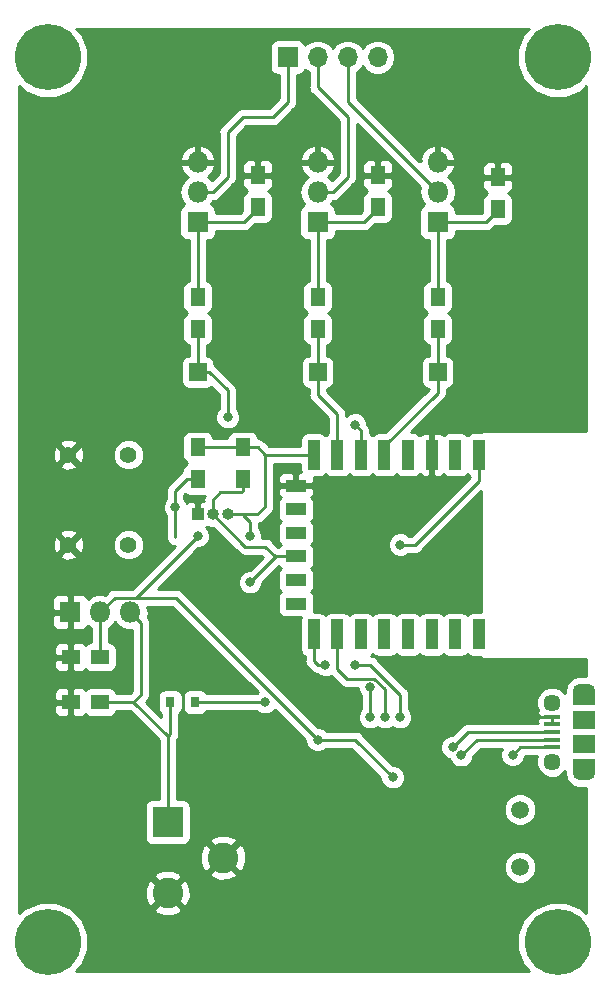
<source format=gbr>
G04 #@! TF.GenerationSoftware,KiCad,Pcbnew,(5.0.0-rc2-101-g68f6e3ad4)*
G04 #@! TF.CreationDate,2018-07-19T03:23:03+02:00*
G04 #@! TF.ProjectId,leddings,6C656464696E67732E6B696361645F70,rev?*
G04 #@! TF.SameCoordinates,Original*
G04 #@! TF.FileFunction,Copper,L1,Top,Signal*
G04 #@! TF.FilePolarity,Positive*
%FSLAX46Y46*%
G04 Gerber Fmt 4.6, Leading zero omitted, Abs format (unit mm)*
G04 Created by KiCad (PCBNEW (5.0.0-rc2-101-g68f6e3ad4)) date Thu Jul 19 03:23:03 2018*
%MOMM*%
%LPD*%
G01*
G04 APERTURE LIST*
G04 #@! TA.AperFunction,SMDPad,CuDef*
%ADD10R,1.000000X2.500000*%
G04 #@! TD*
G04 #@! TA.AperFunction,SMDPad,CuDef*
%ADD11R,1.800000X1.000000*%
G04 #@! TD*
G04 #@! TA.AperFunction,SMDPad,CuDef*
%ADD12R,1.500000X1.250000*%
G04 #@! TD*
G04 #@! TA.AperFunction,SMDPad,CuDef*
%ADD13R,0.800000X0.900000*%
G04 #@! TD*
G04 #@! TA.AperFunction,SMDPad,CuDef*
%ADD14R,1.500000X1.500000*%
G04 #@! TD*
G04 #@! TA.AperFunction,ComponentPad*
%ADD15O,1.700000X1.700000*%
G04 #@! TD*
G04 #@! TA.AperFunction,ComponentPad*
%ADD16R,1.700000X1.700000*%
G04 #@! TD*
G04 #@! TA.AperFunction,SMDPad,CuDef*
%ADD17R,1.900000X1.200000*%
G04 #@! TD*
G04 #@! TA.AperFunction,ComponentPad*
%ADD18O,1.900000X1.200000*%
G04 #@! TD*
G04 #@! TA.AperFunction,SMDPad,CuDef*
%ADD19R,1.900000X1.500000*%
G04 #@! TD*
G04 #@! TA.AperFunction,ComponentPad*
%ADD20C,1.450000*%
G04 #@! TD*
G04 #@! TA.AperFunction,SMDPad,CuDef*
%ADD21R,1.350000X0.400000*%
G04 #@! TD*
G04 #@! TA.AperFunction,ComponentPad*
%ADD22C,5.600000*%
G04 #@! TD*
G04 #@! TA.AperFunction,ComponentPad*
%ADD23R,1.800000X1.800000*%
G04 #@! TD*
G04 #@! TA.AperFunction,ComponentPad*
%ADD24O,1.800000X1.800000*%
G04 #@! TD*
G04 #@! TA.AperFunction,SMDPad,CuDef*
%ADD25R,1.300000X1.500000*%
G04 #@! TD*
G04 #@! TA.AperFunction,ComponentPad*
%ADD26C,1.397000*%
G04 #@! TD*
G04 #@! TA.AperFunction,ComponentPad*
%ADD27O,1.000000X1.000000*%
G04 #@! TD*
G04 #@! TA.AperFunction,ComponentPad*
%ADD28R,1.000000X1.000000*%
G04 #@! TD*
G04 #@! TA.AperFunction,ComponentPad*
%ADD29C,1.500000*%
G04 #@! TD*
G04 #@! TA.AperFunction,ComponentPad*
%ADD30C,2.600000*%
G04 #@! TD*
G04 #@! TA.AperFunction,ComponentPad*
%ADD31R,2.600000X2.600000*%
G04 #@! TD*
G04 #@! TA.AperFunction,ViaPad*
%ADD32C,0.800000*%
G04 #@! TD*
G04 #@! TA.AperFunction,Conductor*
%ADD33C,0.250000*%
G04 #@! TD*
G04 #@! TA.AperFunction,Conductor*
%ADD34C,0.254000*%
G04 #@! TD*
G04 APERTURE END LIST*
D10*
G04 #@! TO.P,U3,1*
G04 #@! TO.N,/Controller/RESET*
X168600000Y-62885000D03*
G04 #@! TO.P,U3,2*
G04 #@! TO.N,Net-(U3-Pad2)*
X166600000Y-62885000D03*
G04 #@! TO.P,U3,3*
G04 #@! TO.N,GND*
X164600000Y-62885000D03*
G04 #@! TO.P,U3,4*
G04 #@! TO.N,Net-(U3-Pad4)*
X162600000Y-62885000D03*
G04 #@! TO.P,U3,5*
G04 #@! TO.N,/Controller/RED*
X160600000Y-62885000D03*
G04 #@! TO.P,U3,6*
G04 #@! TO.N,/Controller/GREEN*
X158600000Y-62885000D03*
G04 #@! TO.P,U3,7*
G04 #@! TO.N,/Controller/BLUE*
X156600000Y-62885000D03*
G04 #@! TO.P,U3,8*
G04 #@! TO.N,VCC*
X154600000Y-62885000D03*
D11*
G04 #@! TO.P,U3,9*
G04 #@! TO.N,GND*
X153100000Y-65485000D03*
G04 #@! TO.P,U3,10*
G04 #@! TO.N,Net-(U3-Pad10)*
X153100000Y-67485000D03*
G04 #@! TO.P,U3,11*
G04 #@! TO.N,Net-(U3-Pad11)*
X153100000Y-69485000D03*
G04 #@! TO.P,U3,12*
G04 #@! TO.N,/Controller/BOOT_SELECT*
X153100000Y-71485000D03*
G04 #@! TO.P,U3,13*
G04 #@! TO.N,Net-(U3-Pad13)*
X153100000Y-73485000D03*
G04 #@! TO.P,U3,14*
G04 #@! TO.N,Net-(U3-Pad14)*
X153100000Y-75485000D03*
D10*
G04 #@! TO.P,U3,15*
G04 #@! TO.N,/Controller/RX*
X154600000Y-78085000D03*
G04 #@! TO.P,U3,16*
G04 #@! TO.N,/USB UART Interface/RX*
X156600000Y-78085000D03*
G04 #@! TO.P,U3,17*
G04 #@! TO.N,N/C*
X158600000Y-78085000D03*
G04 #@! TO.P,U3,18*
X160600000Y-78085000D03*
G04 #@! TO.P,U3,19*
X162600000Y-78085000D03*
G04 #@! TO.P,U3,20*
X164600000Y-78085000D03*
G04 #@! TO.P,U3,21*
X166600000Y-78085000D03*
G04 #@! TO.P,U3,22*
X168600000Y-78085000D03*
G04 #@! TD*
D12*
G04 #@! TO.P,C1,1*
G04 #@! TO.N,+12V*
X136525000Y-83820000D03*
G04 #@! TO.P,C1,2*
G04 #@! TO.N,GND*
X134025000Y-83820000D03*
G04 #@! TD*
G04 #@! TO.P,C2,2*
G04 #@! TO.N,GND*
X134025000Y-80010000D03*
G04 #@! TO.P,C2,1*
G04 #@! TO.N,VCC*
X136525000Y-80010000D03*
G04 #@! TD*
D13*
G04 #@! TO.P,D1,2*
G04 #@! TO.N,VBUS*
X144560000Y-83820000D03*
G04 #@! TO.P,D1,1*
G04 #@! TO.N,+12V*
X142460000Y-83820000D03*
G04 #@! TD*
D14*
G04 #@! TO.P,J1,1*
G04 #@! TO.N,/Controller/RED*
X165100000Y-55880000D03*
G04 #@! TD*
G04 #@! TO.P,J2,1*
G04 #@! TO.N,/Controller/BLUE*
X154940000Y-55880000D03*
G04 #@! TD*
G04 #@! TO.P,J3,1*
G04 #@! TO.N,/Controller/GREEN*
X144780000Y-55880000D03*
G04 #@! TD*
D15*
G04 #@! TO.P,J4,4*
G04 #@! TO.N,+12V*
X160020000Y-29210000D03*
G04 #@! TO.P,J4,3*
G04 #@! TO.N,/LED Driver/RedChannel*
X157480000Y-29210000D03*
G04 #@! TO.P,J4,2*
G04 #@! TO.N,/LED Driver/BlueChannel*
X154940000Y-29210000D03*
D16*
G04 #@! TO.P,J4,1*
G04 #@! TO.N,/LED Driver/GreenChannel*
X152400000Y-29210000D03*
G04 #@! TD*
D17*
G04 #@! TO.P,J5,6*
G04 #@! TO.N,N/C*
X177515000Y-89260000D03*
X177515000Y-83460000D03*
D18*
X177515000Y-82860000D03*
X177515000Y-89860000D03*
D19*
X177515000Y-87360000D03*
D20*
X174815000Y-83860000D03*
D21*
G04 #@! TO.P,J5,3*
G04 #@! TO.N,Net-(J5-Pad3)*
X174815000Y-86360000D03*
G04 #@! TO.P,J5,4*
G04 #@! TO.N,GND*
X174815000Y-85710000D03*
G04 #@! TO.P,J5,5*
X174815000Y-85060000D03*
G04 #@! TO.P,J5,1*
G04 #@! TO.N,VBUS*
X174815000Y-87660000D03*
G04 #@! TO.P,J5,2*
G04 #@! TO.N,Net-(J5-Pad2)*
X174815000Y-87010000D03*
D20*
G04 #@! TO.P,J5,6*
G04 #@! TO.N,N/C*
X174815000Y-88860000D03*
D19*
X177515000Y-85360000D03*
G04 #@! TD*
D22*
G04 #@! TO.P,MK1,1*
G04 #@! TO.N,N/C*
X175260000Y-29210000D03*
G04 #@! TD*
G04 #@! TO.P,MK2,1*
G04 #@! TO.N,N/C*
X132080000Y-104140000D03*
G04 #@! TD*
G04 #@! TO.P,MK3,1*
G04 #@! TO.N,N/C*
X132080000Y-29210000D03*
G04 #@! TD*
G04 #@! TO.P,MK4,1*
G04 #@! TO.N,N/C*
X175260000Y-104140000D03*
G04 #@! TD*
D23*
G04 #@! TO.P,Q1,1*
G04 #@! TO.N,Net-(Q1-Pad1)*
X165100000Y-43180000D03*
D24*
G04 #@! TO.P,Q1,2*
G04 #@! TO.N,/LED Driver/RedChannel*
X165100000Y-40640000D03*
G04 #@! TO.P,Q1,3*
G04 #@! TO.N,GND*
X165100000Y-38100000D03*
G04 #@! TD*
D23*
G04 #@! TO.P,Q2,1*
G04 #@! TO.N,Net-(Q2-Pad1)*
X154940000Y-43180000D03*
D24*
G04 #@! TO.P,Q2,2*
G04 #@! TO.N,/LED Driver/BlueChannel*
X154940000Y-40640000D03*
G04 #@! TO.P,Q2,3*
G04 #@! TO.N,GND*
X154940000Y-38100000D03*
G04 #@! TD*
G04 #@! TO.P,Q3,3*
G04 #@! TO.N,GND*
X144780000Y-38100000D03*
G04 #@! TO.P,Q3,2*
G04 #@! TO.N,/LED Driver/GreenChannel*
X144780000Y-40640000D03*
D23*
G04 #@! TO.P,Q3,1*
G04 #@! TO.N,Net-(Q3-Pad1)*
X144780000Y-43180000D03*
G04 #@! TD*
D25*
G04 #@! TO.P,R1,1*
G04 #@! TO.N,Net-(Q1-Pad1)*
X165100000Y-49530000D03*
G04 #@! TO.P,R1,2*
G04 #@! TO.N,/Controller/RED*
X165100000Y-52230000D03*
G04 #@! TD*
G04 #@! TO.P,R2,1*
G04 #@! TO.N,Net-(Q2-Pad1)*
X154940000Y-49530000D03*
G04 #@! TO.P,R2,2*
G04 #@! TO.N,/Controller/BLUE*
X154940000Y-52230000D03*
G04 #@! TD*
G04 #@! TO.P,R3,1*
G04 #@! TO.N,Net-(Q3-Pad1)*
X144780000Y-49530000D03*
G04 #@! TO.P,R3,2*
G04 #@! TO.N,/Controller/GREEN*
X144780000Y-52230000D03*
G04 #@! TD*
G04 #@! TO.P,R4,2*
G04 #@! TO.N,GND*
X170180000Y-39370000D03*
G04 #@! TO.P,R4,1*
G04 #@! TO.N,Net-(Q1-Pad1)*
X170180000Y-42070000D03*
G04 #@! TD*
G04 #@! TO.P,R5,2*
G04 #@! TO.N,GND*
X160020000Y-39210000D03*
G04 #@! TO.P,R5,1*
G04 #@! TO.N,Net-(Q2-Pad1)*
X160020000Y-41910000D03*
G04 #@! TD*
G04 #@! TO.P,R6,2*
G04 #@! TO.N,GND*
X149860000Y-39210000D03*
G04 #@! TO.P,R6,1*
G04 #@! TO.N,Net-(Q3-Pad1)*
X149860000Y-41910000D03*
G04 #@! TD*
G04 #@! TO.P,R7,1*
G04 #@! TO.N,VCC*
X144780000Y-62230000D03*
G04 #@! TO.P,R7,2*
G04 #@! TO.N,/Controller/RESET*
X144780000Y-64930000D03*
G04 #@! TD*
G04 #@! TO.P,R8,2*
G04 #@! TO.N,/Controller/BOOT_SELECT*
X148590000Y-64930000D03*
G04 #@! TO.P,R8,1*
G04 #@! TO.N,VCC*
X148590000Y-62230000D03*
G04 #@! TD*
D26*
G04 #@! TO.P,SW1,2*
G04 #@! TO.N,/Controller/RESET*
X138927500Y-70485000D03*
G04 #@! TO.P,SW1,1*
G04 #@! TO.N,GND*
X133847500Y-70485000D03*
G04 #@! TO.P,SW1,2*
G04 #@! TO.N,/Controller/RESET*
X138927500Y-62865000D03*
G04 #@! TO.P,SW1,1*
G04 #@! TO.N,GND*
X133847500Y-62865000D03*
G04 #@! TD*
D27*
G04 #@! TO.P,SW2,3*
G04 #@! TO.N,VCC*
X147320000Y-67920238D03*
G04 #@! TO.P,SW2,2*
G04 #@! TO.N,/Controller/BOOT_SELECT*
X146050000Y-67920238D03*
D28*
G04 #@! TO.P,SW2,1*
G04 #@! TO.N,GND*
X144780000Y-67920238D03*
G04 #@! TD*
D24*
G04 #@! TO.P,U1,3*
G04 #@! TO.N,+12V*
X139065000Y-76200000D03*
G04 #@! TO.P,U1,2*
G04 #@! TO.N,VCC*
X136525000Y-76200000D03*
D23*
G04 #@! TO.P,U1,1*
G04 #@! TO.N,GND*
X133985000Y-76200000D03*
G04 #@! TD*
D29*
G04 #@! TO.P,Y1,2*
G04 #@! TO.N,Net-(C4-Pad1)*
X172085000Y-97790000D03*
G04 #@! TO.P,Y1,1*
G04 #@! TO.N,Net-(C3-Pad1)*
X172085000Y-92910000D03*
G04 #@! TD*
D30*
G04 #@! TO.P,J6,3*
G04 #@! TO.N,GND*
X146940000Y-96980000D03*
G04 #@! TO.P,J6,2*
X142240000Y-99980000D03*
D31*
G04 #@! TO.P,J6,1*
G04 #@! TO.N,+12V*
X142240000Y-93980000D03*
G04 #@! TD*
D32*
G04 #@! TO.N,GND*
X168910000Y-88900000D03*
G04 #@! TO.N,VCC*
X144780000Y-69760000D03*
X149225000Y-69760000D03*
X154940000Y-86995000D03*
X161290000Y-90170000D03*
G04 #@! TO.N,VBUS*
X171450000Y-88265000D03*
X150495000Y-83820000D03*
G04 #@! TO.N,/Controller/GREEN*
X158115000Y-60325000D03*
X147320000Y-59690000D03*
G04 #@! TO.N,Net-(J5-Pad3)*
X166370000Y-87630000D03*
G04 #@! TO.N,Net-(J5-Pad2)*
X167095000Y-88337108D03*
G04 #@! TO.N,/Controller/RESET*
X161925000Y-70485000D03*
X142875000Y-67310000D03*
X159385000Y-85090000D03*
X159385000Y-82550000D03*
G04 #@! TO.N,/Controller/BOOT_SELECT*
X149225000Y-73660000D03*
G04 #@! TO.N,/USB UART Interface/RX*
X160655000Y-85090000D03*
G04 #@! TO.N,/Controller/RX*
X161925000Y-85090000D03*
X158115000Y-80645000D03*
X155575000Y-80645000D03*
G04 #@! TD*
D33*
G04 #@! TO.N,+12V*
X142240000Y-84040000D02*
X142460000Y-83820000D01*
X136525000Y-83820000D02*
X139345000Y-83820000D01*
X139964999Y-83200001D02*
X139345000Y-83820000D01*
X139964999Y-77099999D02*
X139964999Y-83200001D01*
X139065000Y-76200000D02*
X139964999Y-77099999D01*
X142240000Y-86715000D02*
X142240000Y-93980000D01*
X139345000Y-83820000D02*
X142240000Y-86715000D01*
X142460000Y-86495000D02*
X142460000Y-83820000D01*
X142240000Y-86715000D02*
X142460000Y-86495000D01*
G04 #@! TO.N,GND*
X174815000Y-85710000D02*
X174815000Y-85060000D01*
X168510001Y-89299999D02*
X165499999Y-89299999D01*
X168910000Y-88900000D02*
X168510001Y-89299999D01*
X165499999Y-89299999D02*
X165100000Y-88900000D01*
X165100000Y-88900000D02*
X165100000Y-86360000D01*
X166400000Y-85060000D02*
X174815000Y-85060000D01*
X165100000Y-86360000D02*
X166400000Y-85060000D01*
G04 #@! TO.N,VCC*
X144780000Y-62230000D02*
X148590000Y-62230000D01*
X149860000Y-62230000D02*
X148590000Y-62230000D01*
X150495000Y-62865000D02*
X149860000Y-62230000D01*
X150495000Y-67260476D02*
X150495000Y-62865000D01*
X149835238Y-67920238D02*
X150495000Y-67260476D01*
X154600000Y-62885000D02*
X150515000Y-62885000D01*
X136525000Y-80010000D02*
X136525000Y-76200000D01*
X139565001Y-74974999D02*
X144780000Y-69760000D01*
X136525000Y-76200000D02*
X137750001Y-74974999D01*
X137750001Y-74974999D02*
X139565001Y-74974999D01*
X149225000Y-69760000D02*
X149225000Y-68580000D01*
X149225000Y-68580000D02*
X148590000Y-67945000D01*
X148590000Y-67945000D02*
X148590000Y-67920238D01*
X147320000Y-67920238D02*
X148590000Y-67920238D01*
X148590000Y-67920238D02*
X149835238Y-67920238D01*
X139565001Y-74974999D02*
X142919999Y-74974999D01*
X142919999Y-74974999D02*
X154940000Y-86995000D01*
X154940000Y-86995000D02*
X158115000Y-86995000D01*
X158115000Y-86995000D02*
X161290000Y-90170000D01*
G04 #@! TO.N,VBUS*
X174815000Y-87660000D02*
X172055000Y-87660000D01*
X172055000Y-87660000D02*
X171450000Y-88265000D01*
X150495000Y-83820000D02*
X144780000Y-83820000D01*
X144780000Y-83820000D02*
X144560000Y-83820000D01*
G04 #@! TO.N,/Controller/RED*
X165100000Y-55880000D02*
X165100000Y-52230000D01*
X165100000Y-57635000D02*
X165100000Y-55880000D01*
X160600000Y-62885000D02*
X160600000Y-62135000D01*
X160600000Y-62135000D02*
X165100000Y-57635000D01*
G04 #@! TO.N,/Controller/BLUE*
X154940000Y-55880000D02*
X154940000Y-52230000D01*
X156600000Y-62885000D02*
X156600000Y-59445000D01*
X154940000Y-57785000D02*
X154940000Y-55880000D01*
X156600000Y-59445000D02*
X154940000Y-57785000D01*
G04 #@! TO.N,/Controller/GREEN*
X144780000Y-55880000D02*
X144780000Y-52230000D01*
X158600000Y-62885000D02*
X158600000Y-60810000D01*
X158600000Y-60810000D02*
X158115000Y-60325000D01*
X145780000Y-55880000D02*
X144780000Y-55880000D01*
X147320000Y-57420000D02*
X145780000Y-55880000D01*
X147320000Y-59690000D02*
X147320000Y-57420000D01*
G04 #@! TO.N,/LED Driver/RedChannel*
X157480000Y-33020000D02*
X157480000Y-29210000D01*
X165100000Y-40640000D02*
X157480000Y-33020000D01*
G04 #@! TO.N,/LED Driver/BlueChannel*
X154940000Y-31750000D02*
X154940000Y-29210000D01*
X157480000Y-34290000D02*
X154940000Y-31750000D01*
X157480000Y-39370000D02*
X157480000Y-34290000D01*
X154940000Y-40640000D02*
X156210000Y-40640000D01*
X156210000Y-40640000D02*
X157480000Y-39370000D01*
G04 #@! TO.N,/LED Driver/GreenChannel*
X144780000Y-40640000D02*
X146050000Y-40640000D01*
X146050000Y-40640000D02*
X147320000Y-39370000D01*
X147320000Y-39370000D02*
X147320000Y-35560000D01*
X147320000Y-35560000D02*
X148590000Y-34290000D01*
X148590000Y-34290000D02*
X151130000Y-34290000D01*
X152400000Y-33020000D02*
X152400000Y-29210000D01*
X151130000Y-34290000D02*
X152400000Y-33020000D01*
G04 #@! TO.N,Net-(J5-Pad3)*
X167640000Y-86360000D02*
X174815000Y-86360000D01*
X166370000Y-87630000D02*
X167640000Y-86360000D01*
G04 #@! TO.N,Net-(J5-Pad2)*
X167095000Y-88337108D02*
X168437108Y-86995000D01*
X168452108Y-87010000D02*
X174610000Y-87010000D01*
X168437108Y-86995000D02*
X168452108Y-87010000D01*
X174610000Y-87010000D02*
X174815000Y-87010000D01*
G04 #@! TO.N,Net-(Q1-Pad1)*
X170180000Y-42170000D02*
X170180000Y-42070000D01*
X169170000Y-43180000D02*
X170180000Y-42170000D01*
X165100000Y-43180000D02*
X169170000Y-43180000D01*
X165100000Y-49530000D02*
X165100000Y-43180000D01*
G04 #@! TO.N,Net-(Q2-Pad1)*
X160020000Y-42010000D02*
X160020000Y-41910000D01*
X158850000Y-43180000D02*
X160020000Y-42010000D01*
X154940000Y-43180000D02*
X158850000Y-43180000D01*
X154940000Y-49530000D02*
X154940000Y-43180000D01*
G04 #@! TO.N,Net-(Q3-Pad1)*
X149860000Y-42010000D02*
X149860000Y-41910000D01*
X148690000Y-43180000D02*
X149860000Y-42010000D01*
X144780000Y-43180000D02*
X148690000Y-43180000D01*
X144780000Y-49530000D02*
X144780000Y-43180000D01*
G04 #@! TO.N,/Controller/RESET*
X168600000Y-62885000D02*
X168600000Y-65080000D01*
X168600000Y-65080000D02*
X163195000Y-70485000D01*
X163195000Y-70485000D02*
X161925000Y-70485000D01*
X143880000Y-64930000D02*
X142875000Y-65935000D01*
X144780000Y-64930000D02*
X143880000Y-64930000D01*
X142875000Y-65935000D02*
X142875000Y-67310000D01*
X142875000Y-69850000D02*
X142875000Y-67310000D01*
X159385000Y-85090000D02*
X159385000Y-82550000D01*
G04 #@! TO.N,/Controller/BOOT_SELECT*
X148590000Y-65930000D02*
X148590000Y-64930000D01*
X146685000Y-66040000D02*
X148480000Y-66040000D01*
X146050000Y-66675000D02*
X146685000Y-66040000D01*
X148480000Y-66040000D02*
X148590000Y-65930000D01*
X146050000Y-67920238D02*
X146050000Y-66675000D01*
X153100000Y-71485000D02*
X151950000Y-71485000D01*
X148794762Y-70665000D02*
X146050000Y-67920238D01*
X151400000Y-71485000D02*
X151950000Y-71485000D01*
X149225000Y-73660000D02*
X151400000Y-71485000D01*
X151315000Y-71485000D02*
X150495000Y-70665000D01*
X151400000Y-71485000D02*
X151315000Y-71485000D01*
X150495000Y-70665000D02*
X148794762Y-70665000D01*
G04 #@! TO.N,/USB UART Interface/RX*
X160655000Y-85090000D02*
X160655000Y-82746998D01*
X156600000Y-78835000D02*
X156600000Y-78085000D01*
X159733001Y-81824999D02*
X157389999Y-81824999D01*
X160655000Y-82746998D02*
X159733001Y-81824999D01*
X156600000Y-81035000D02*
X156600000Y-78085000D01*
X157389999Y-81824999D02*
X156600000Y-81035000D01*
G04 #@! TO.N,/Controller/RX*
X154305000Y-78380000D02*
X154600000Y-78085000D01*
X161925000Y-85090000D02*
X161925000Y-83185000D01*
X161925000Y-83185000D02*
X159385000Y-80645000D01*
X159385000Y-80645000D02*
X158115000Y-80645000D01*
X155575000Y-80645000D02*
X154940000Y-80645000D01*
X154600000Y-80305000D02*
X154600000Y-78085000D01*
X154940000Y-80645000D02*
X154600000Y-80305000D01*
G04 #@! TD*
D34*
G04 #@! TO.N,GND*
G36*
X172347947Y-27264229D02*
X171825000Y-28526736D01*
X171825000Y-29893264D01*
X172347947Y-31155771D01*
X173314229Y-32122053D01*
X174576736Y-32645000D01*
X175943264Y-32645000D01*
X177205771Y-32122053D01*
X177673000Y-31654824D01*
X177673000Y-60833000D01*
X168910000Y-60833000D01*
X168861399Y-60842667D01*
X168820197Y-60870197D01*
X168792667Y-60911399D01*
X168783000Y-60960000D01*
X168783000Y-60987560D01*
X168100000Y-60987560D01*
X167852235Y-61036843D01*
X167642191Y-61177191D01*
X167600000Y-61240334D01*
X167557809Y-61177191D01*
X167347765Y-61036843D01*
X167100000Y-60987560D01*
X166100000Y-60987560D01*
X165852235Y-61036843D01*
X165642191Y-61177191D01*
X165601345Y-61238320D01*
X165459699Y-61096673D01*
X165226310Y-61000000D01*
X164885750Y-61000000D01*
X164727000Y-61158750D01*
X164727000Y-62758000D01*
X164747000Y-62758000D01*
X164747000Y-63012000D01*
X164727000Y-63012000D01*
X164727000Y-64611250D01*
X164885750Y-64770000D01*
X165226310Y-64770000D01*
X165459699Y-64673327D01*
X165601345Y-64531680D01*
X165642191Y-64592809D01*
X165852235Y-64733157D01*
X166100000Y-64782440D01*
X167100000Y-64782440D01*
X167347765Y-64733157D01*
X167557809Y-64592809D01*
X167600000Y-64529666D01*
X167642191Y-64592809D01*
X167840001Y-64724982D01*
X167840001Y-64765196D01*
X162880199Y-69725000D01*
X162628711Y-69725000D01*
X162511280Y-69607569D01*
X162130874Y-69450000D01*
X161719126Y-69450000D01*
X161338720Y-69607569D01*
X161047569Y-69898720D01*
X160890000Y-70279126D01*
X160890000Y-70690874D01*
X161047569Y-71071280D01*
X161338720Y-71362431D01*
X161719126Y-71520000D01*
X162130874Y-71520000D01*
X162511280Y-71362431D01*
X162628711Y-71245000D01*
X163120153Y-71245000D01*
X163195000Y-71259888D01*
X163269847Y-71245000D01*
X163269852Y-71245000D01*
X163491537Y-71200904D01*
X163742929Y-71032929D01*
X163785331Y-70969470D01*
X168783000Y-65971803D01*
X168783000Y-76187560D01*
X168100000Y-76187560D01*
X167852235Y-76236843D01*
X167642191Y-76377191D01*
X167600000Y-76440334D01*
X167557809Y-76377191D01*
X167347765Y-76236843D01*
X167100000Y-76187560D01*
X166100000Y-76187560D01*
X165852235Y-76236843D01*
X165642191Y-76377191D01*
X165600000Y-76440334D01*
X165557809Y-76377191D01*
X165347765Y-76236843D01*
X165100000Y-76187560D01*
X164100000Y-76187560D01*
X163852235Y-76236843D01*
X163642191Y-76377191D01*
X163600000Y-76440334D01*
X163557809Y-76377191D01*
X163347765Y-76236843D01*
X163100000Y-76187560D01*
X162100000Y-76187560D01*
X161852235Y-76236843D01*
X161642191Y-76377191D01*
X161600000Y-76440334D01*
X161557809Y-76377191D01*
X161347765Y-76236843D01*
X161100000Y-76187560D01*
X160100000Y-76187560D01*
X159852235Y-76236843D01*
X159642191Y-76377191D01*
X159600000Y-76440334D01*
X159557809Y-76377191D01*
X159347765Y-76236843D01*
X159100000Y-76187560D01*
X158100000Y-76187560D01*
X157852235Y-76236843D01*
X157642191Y-76377191D01*
X157600000Y-76440334D01*
X157557809Y-76377191D01*
X157347765Y-76236843D01*
X157100000Y-76187560D01*
X156100000Y-76187560D01*
X155852235Y-76236843D01*
X155642191Y-76377191D01*
X155600000Y-76440334D01*
X155557809Y-76377191D01*
X155347765Y-76236843D01*
X155100000Y-76187560D01*
X154607149Y-76187560D01*
X154647440Y-75985000D01*
X154647440Y-74985000D01*
X154598157Y-74737235D01*
X154457809Y-74527191D01*
X154394666Y-74485000D01*
X154457809Y-74442809D01*
X154598157Y-74232765D01*
X154647440Y-73985000D01*
X154647440Y-72985000D01*
X154598157Y-72737235D01*
X154457809Y-72527191D01*
X154394666Y-72485000D01*
X154457809Y-72442809D01*
X154598157Y-72232765D01*
X154647440Y-71985000D01*
X154647440Y-70985000D01*
X154598157Y-70737235D01*
X154457809Y-70527191D01*
X154394666Y-70485000D01*
X154457809Y-70442809D01*
X154598157Y-70232765D01*
X154647440Y-69985000D01*
X154647440Y-68985000D01*
X154598157Y-68737235D01*
X154457809Y-68527191D01*
X154394666Y-68485000D01*
X154457809Y-68442809D01*
X154598157Y-68232765D01*
X154647440Y-67985000D01*
X154647440Y-66985000D01*
X154598157Y-66737235D01*
X154457809Y-66527191D01*
X154396680Y-66486346D01*
X154538327Y-66344698D01*
X154635000Y-66111309D01*
X154635000Y-65770750D01*
X154476250Y-65612000D01*
X153227000Y-65612000D01*
X153227000Y-65632000D01*
X152973000Y-65632000D01*
X152973000Y-65612000D01*
X151723750Y-65612000D01*
X151565000Y-65770750D01*
X151565000Y-66111309D01*
X151661673Y-66344698D01*
X151803320Y-66486346D01*
X151742191Y-66527191D01*
X151601843Y-66737235D01*
X151552560Y-66985000D01*
X151552560Y-67985000D01*
X151601843Y-68232765D01*
X151742191Y-68442809D01*
X151805334Y-68485000D01*
X151742191Y-68527191D01*
X151601843Y-68737235D01*
X151552560Y-68985000D01*
X151552560Y-69985000D01*
X151601843Y-70232765D01*
X151742191Y-70442809D01*
X151805334Y-70485000D01*
X151742191Y-70527191D01*
X151617942Y-70713141D01*
X151085331Y-70180530D01*
X151042929Y-70117071D01*
X150791537Y-69949096D01*
X150569852Y-69905000D01*
X150569847Y-69905000D01*
X150495000Y-69890112D01*
X150420153Y-69905000D01*
X150260000Y-69905000D01*
X150260000Y-69554126D01*
X150102431Y-69173720D01*
X149985000Y-69056289D01*
X149985000Y-68665337D01*
X150131775Y-68636142D01*
X150383167Y-68468167D01*
X150425568Y-68404709D01*
X150979476Y-67850803D01*
X151042929Y-67808405D01*
X151085327Y-67744952D01*
X151085329Y-67744950D01*
X151210903Y-67557014D01*
X151210904Y-67557013D01*
X151255000Y-67335328D01*
X151255000Y-67335324D01*
X151269888Y-67260477D01*
X151255000Y-67185630D01*
X151255000Y-64858691D01*
X151565000Y-64858691D01*
X151565000Y-65199250D01*
X151723750Y-65358000D01*
X152973000Y-65358000D01*
X152973000Y-64508750D01*
X152814250Y-64350000D01*
X152073690Y-64350000D01*
X151840301Y-64446673D01*
X151661673Y-64625302D01*
X151565000Y-64858691D01*
X151255000Y-64858691D01*
X151255000Y-63645000D01*
X153452560Y-63645000D01*
X153452560Y-64135000D01*
X153495326Y-64350000D01*
X153385750Y-64350000D01*
X153227000Y-64508750D01*
X153227000Y-65358000D01*
X154476250Y-65358000D01*
X154635000Y-65199250D01*
X154635000Y-64858691D01*
X154603416Y-64782440D01*
X155100000Y-64782440D01*
X155347765Y-64733157D01*
X155557809Y-64592809D01*
X155600000Y-64529666D01*
X155642191Y-64592809D01*
X155852235Y-64733157D01*
X156100000Y-64782440D01*
X157100000Y-64782440D01*
X157347765Y-64733157D01*
X157557809Y-64592809D01*
X157600000Y-64529666D01*
X157642191Y-64592809D01*
X157852235Y-64733157D01*
X158100000Y-64782440D01*
X159100000Y-64782440D01*
X159347765Y-64733157D01*
X159557809Y-64592809D01*
X159600000Y-64529666D01*
X159642191Y-64592809D01*
X159852235Y-64733157D01*
X160100000Y-64782440D01*
X161100000Y-64782440D01*
X161347765Y-64733157D01*
X161557809Y-64592809D01*
X161600000Y-64529666D01*
X161642191Y-64592809D01*
X161852235Y-64733157D01*
X162100000Y-64782440D01*
X163100000Y-64782440D01*
X163347765Y-64733157D01*
X163557809Y-64592809D01*
X163598655Y-64531680D01*
X163740301Y-64673327D01*
X163973690Y-64770000D01*
X164314250Y-64770000D01*
X164473000Y-64611250D01*
X164473000Y-63012000D01*
X164453000Y-63012000D01*
X164453000Y-62758000D01*
X164473000Y-62758000D01*
X164473000Y-61158750D01*
X164314250Y-61000000D01*
X163973690Y-61000000D01*
X163740301Y-61096673D01*
X163598655Y-61238320D01*
X163557809Y-61177191D01*
X163347765Y-61036843D01*
X163100000Y-60987560D01*
X162822241Y-60987560D01*
X165584473Y-58225329D01*
X165647929Y-58182929D01*
X165815904Y-57931537D01*
X165860000Y-57709852D01*
X165860000Y-57709848D01*
X165874888Y-57635001D01*
X165860000Y-57560154D01*
X165860000Y-57275451D01*
X166097765Y-57228157D01*
X166307809Y-57087809D01*
X166448157Y-56877765D01*
X166497440Y-56630000D01*
X166497440Y-55130000D01*
X166448157Y-54882235D01*
X166307809Y-54672191D01*
X166097765Y-54531843D01*
X165860000Y-54484549D01*
X165860000Y-53605560D01*
X165997765Y-53578157D01*
X166207809Y-53437809D01*
X166348157Y-53227765D01*
X166397440Y-52980000D01*
X166397440Y-51480000D01*
X166348157Y-51232235D01*
X166207809Y-51022191D01*
X165997765Y-50881843D01*
X165988500Y-50880000D01*
X165997765Y-50878157D01*
X166207809Y-50737809D01*
X166348157Y-50527765D01*
X166397440Y-50280000D01*
X166397440Y-48780000D01*
X166348157Y-48532235D01*
X166207809Y-48322191D01*
X165997765Y-48181843D01*
X165860000Y-48154440D01*
X165860000Y-44727440D01*
X166000000Y-44727440D01*
X166247765Y-44678157D01*
X166457809Y-44537809D01*
X166598157Y-44327765D01*
X166647440Y-44080000D01*
X166647440Y-43940000D01*
X169095153Y-43940000D01*
X169170000Y-43954888D01*
X169244847Y-43940000D01*
X169244852Y-43940000D01*
X169466537Y-43895904D01*
X169717929Y-43727929D01*
X169760331Y-43664470D01*
X169957361Y-43467440D01*
X170830000Y-43467440D01*
X171077765Y-43418157D01*
X171287809Y-43277809D01*
X171428157Y-43067765D01*
X171477440Y-42820000D01*
X171477440Y-41320000D01*
X171428157Y-41072235D01*
X171287809Y-40862191D01*
X171077765Y-40721843D01*
X171049791Y-40716279D01*
X171189699Y-40658327D01*
X171368327Y-40479698D01*
X171465000Y-40246309D01*
X171465000Y-39655750D01*
X171306250Y-39497000D01*
X170307000Y-39497000D01*
X170307000Y-39517000D01*
X170053000Y-39517000D01*
X170053000Y-39497000D01*
X169053750Y-39497000D01*
X168895000Y-39655750D01*
X168895000Y-40246309D01*
X168991673Y-40479698D01*
X169170301Y-40658327D01*
X169310209Y-40716279D01*
X169282235Y-40721843D01*
X169072191Y-40862191D01*
X168931843Y-41072235D01*
X168882560Y-41320000D01*
X168882560Y-42392639D01*
X168855199Y-42420000D01*
X166647440Y-42420000D01*
X166647440Y-42280000D01*
X166598157Y-42032235D01*
X166457809Y-41822191D01*
X166249304Y-41682871D01*
X166545938Y-41238927D01*
X166665072Y-40640000D01*
X166545938Y-40041073D01*
X166206673Y-39533327D01*
X165950826Y-39362376D01*
X166337966Y-39007576D01*
X166577549Y-38493691D01*
X168895000Y-38493691D01*
X168895000Y-39084250D01*
X169053750Y-39243000D01*
X170053000Y-39243000D01*
X170053000Y-38143750D01*
X170307000Y-38143750D01*
X170307000Y-39243000D01*
X171306250Y-39243000D01*
X171465000Y-39084250D01*
X171465000Y-38493691D01*
X171368327Y-38260302D01*
X171189699Y-38081673D01*
X170956310Y-37985000D01*
X170465750Y-37985000D01*
X170307000Y-38143750D01*
X170053000Y-38143750D01*
X169894250Y-37985000D01*
X169403690Y-37985000D01*
X169170301Y-38081673D01*
X168991673Y-38260302D01*
X168895000Y-38493691D01*
X166577549Y-38493691D01*
X166591046Y-38464742D01*
X166470997Y-38227000D01*
X165227000Y-38227000D01*
X165227000Y-38247000D01*
X164973000Y-38247000D01*
X164973000Y-38227000D01*
X164953000Y-38227000D01*
X164953000Y-37973000D01*
X164973000Y-37973000D01*
X164973000Y-36729622D01*
X165227000Y-36729622D01*
X165227000Y-37973000D01*
X166470997Y-37973000D01*
X166591046Y-37735258D01*
X166337966Y-37192424D01*
X165896417Y-36787760D01*
X165464740Y-36608964D01*
X165227000Y-36729622D01*
X164973000Y-36729622D01*
X164735260Y-36608964D01*
X164303583Y-36787760D01*
X163862034Y-37192424D01*
X163608954Y-37735258D01*
X163729002Y-37972998D01*
X163565000Y-37972998D01*
X163565000Y-38030197D01*
X158240000Y-32705199D01*
X158240000Y-30488178D01*
X158550625Y-30280625D01*
X158750000Y-29982239D01*
X158949375Y-30280625D01*
X159440582Y-30608839D01*
X159873744Y-30695000D01*
X160166256Y-30695000D01*
X160599418Y-30608839D01*
X161090625Y-30280625D01*
X161418839Y-29789418D01*
X161534092Y-29210000D01*
X161418839Y-28630582D01*
X161090625Y-28139375D01*
X160599418Y-27811161D01*
X160166256Y-27725000D01*
X159873744Y-27725000D01*
X159440582Y-27811161D01*
X158949375Y-28139375D01*
X158750000Y-28437761D01*
X158550625Y-28139375D01*
X158059418Y-27811161D01*
X157626256Y-27725000D01*
X157333744Y-27725000D01*
X156900582Y-27811161D01*
X156409375Y-28139375D01*
X156210000Y-28437761D01*
X156010625Y-28139375D01*
X155519418Y-27811161D01*
X155086256Y-27725000D01*
X154793744Y-27725000D01*
X154360582Y-27811161D01*
X153869375Y-28139375D01*
X153857184Y-28157619D01*
X153848157Y-28112235D01*
X153707809Y-27902191D01*
X153497765Y-27761843D01*
X153250000Y-27712560D01*
X151550000Y-27712560D01*
X151302235Y-27761843D01*
X151092191Y-27902191D01*
X150951843Y-28112235D01*
X150902560Y-28360000D01*
X150902560Y-30060000D01*
X150951843Y-30307765D01*
X151092191Y-30517809D01*
X151302235Y-30658157D01*
X151550000Y-30707440D01*
X151640001Y-30707440D01*
X151640000Y-32705198D01*
X150815199Y-33530000D01*
X148664846Y-33530000D01*
X148589999Y-33515112D01*
X148515152Y-33530000D01*
X148515148Y-33530000D01*
X148293463Y-33574096D01*
X148042071Y-33742071D01*
X147999672Y-33805526D01*
X146835528Y-34969671D01*
X146772072Y-35012071D01*
X146729672Y-35075527D01*
X146729671Y-35075528D01*
X146604097Y-35263463D01*
X146545112Y-35560000D01*
X146560001Y-35634852D01*
X146560000Y-39055198D01*
X145964859Y-39650340D01*
X145886673Y-39533327D01*
X145630826Y-39362376D01*
X146017966Y-39007576D01*
X146271046Y-38464742D01*
X146150997Y-38227000D01*
X144907000Y-38227000D01*
X144907000Y-38247000D01*
X144653000Y-38247000D01*
X144653000Y-38227000D01*
X143409003Y-38227000D01*
X143288954Y-38464742D01*
X143542034Y-39007576D01*
X143929174Y-39362376D01*
X143673327Y-39533327D01*
X143334062Y-40041073D01*
X143214928Y-40640000D01*
X143334062Y-41238927D01*
X143630696Y-41682871D01*
X143422191Y-41822191D01*
X143281843Y-42032235D01*
X143232560Y-42280000D01*
X143232560Y-44080000D01*
X143281843Y-44327765D01*
X143422191Y-44537809D01*
X143632235Y-44678157D01*
X143880000Y-44727440D01*
X144020001Y-44727440D01*
X144020000Y-48154440D01*
X143882235Y-48181843D01*
X143672191Y-48322191D01*
X143531843Y-48532235D01*
X143482560Y-48780000D01*
X143482560Y-50280000D01*
X143531843Y-50527765D01*
X143672191Y-50737809D01*
X143882235Y-50878157D01*
X143891500Y-50880000D01*
X143882235Y-50881843D01*
X143672191Y-51022191D01*
X143531843Y-51232235D01*
X143482560Y-51480000D01*
X143482560Y-52980000D01*
X143531843Y-53227765D01*
X143672191Y-53437809D01*
X143882235Y-53578157D01*
X144020001Y-53605560D01*
X144020000Y-54484549D01*
X143782235Y-54531843D01*
X143572191Y-54672191D01*
X143431843Y-54882235D01*
X143382560Y-55130000D01*
X143382560Y-56630000D01*
X143431843Y-56877765D01*
X143572191Y-57087809D01*
X143782235Y-57228157D01*
X144030000Y-57277440D01*
X145530000Y-57277440D01*
X145777765Y-57228157D01*
X145942969Y-57117770D01*
X146560001Y-57734803D01*
X146560000Y-58986289D01*
X146442569Y-59103720D01*
X146285000Y-59484126D01*
X146285000Y-59895874D01*
X146442569Y-60276280D01*
X146733720Y-60567431D01*
X147114126Y-60725000D01*
X147525874Y-60725000D01*
X147906280Y-60567431D01*
X148197431Y-60276280D01*
X148355000Y-59895874D01*
X148355000Y-59484126D01*
X148197431Y-59103720D01*
X148080000Y-58986289D01*
X148080000Y-57494847D01*
X148094888Y-57420000D01*
X148080000Y-57345153D01*
X148080000Y-57345148D01*
X148035904Y-57123463D01*
X147867929Y-56872071D01*
X147804473Y-56829671D01*
X146370331Y-55395530D01*
X146327929Y-55332071D01*
X146177440Y-55231517D01*
X146177440Y-55130000D01*
X146128157Y-54882235D01*
X145987809Y-54672191D01*
X145777765Y-54531843D01*
X145540000Y-54484549D01*
X145540000Y-53605560D01*
X145677765Y-53578157D01*
X145887809Y-53437809D01*
X146028157Y-53227765D01*
X146077440Y-52980000D01*
X146077440Y-51480000D01*
X146028157Y-51232235D01*
X145887809Y-51022191D01*
X145677765Y-50881843D01*
X145668500Y-50880000D01*
X145677765Y-50878157D01*
X145887809Y-50737809D01*
X146028157Y-50527765D01*
X146077440Y-50280000D01*
X146077440Y-48780000D01*
X146028157Y-48532235D01*
X145887809Y-48322191D01*
X145677765Y-48181843D01*
X145540000Y-48154440D01*
X145540000Y-44727440D01*
X145680000Y-44727440D01*
X145927765Y-44678157D01*
X146137809Y-44537809D01*
X146278157Y-44327765D01*
X146327440Y-44080000D01*
X146327440Y-43940000D01*
X148615153Y-43940000D01*
X148690000Y-43954888D01*
X148764847Y-43940000D01*
X148764852Y-43940000D01*
X148986537Y-43895904D01*
X149237929Y-43727929D01*
X149280331Y-43664470D01*
X149637361Y-43307440D01*
X150510000Y-43307440D01*
X150757765Y-43258157D01*
X150967809Y-43117809D01*
X151108157Y-42907765D01*
X151157440Y-42660000D01*
X151157440Y-41160000D01*
X151108157Y-40912235D01*
X150967809Y-40702191D01*
X150757765Y-40561843D01*
X150729791Y-40556279D01*
X150869699Y-40498327D01*
X151048327Y-40319698D01*
X151145000Y-40086309D01*
X151145000Y-39495750D01*
X150986250Y-39337000D01*
X149987000Y-39337000D01*
X149987000Y-39357000D01*
X149733000Y-39357000D01*
X149733000Y-39337000D01*
X148733750Y-39337000D01*
X148575000Y-39495750D01*
X148575000Y-40086309D01*
X148671673Y-40319698D01*
X148850301Y-40498327D01*
X148990209Y-40556279D01*
X148962235Y-40561843D01*
X148752191Y-40702191D01*
X148611843Y-40912235D01*
X148562560Y-41160000D01*
X148562560Y-42232639D01*
X148375199Y-42420000D01*
X146327440Y-42420000D01*
X146327440Y-42280000D01*
X146278157Y-42032235D01*
X146137809Y-41822191D01*
X145929304Y-41682871D01*
X146117311Y-41401499D01*
X146124847Y-41400000D01*
X146124852Y-41400000D01*
X146346537Y-41355904D01*
X146597929Y-41187929D01*
X146640331Y-41124470D01*
X147804473Y-39960329D01*
X147867929Y-39917929D01*
X148035904Y-39666537D01*
X148080000Y-39444852D01*
X148080000Y-39444848D01*
X148094888Y-39370001D01*
X148080000Y-39295154D01*
X148080000Y-38333691D01*
X148575000Y-38333691D01*
X148575000Y-38924250D01*
X148733750Y-39083000D01*
X149733000Y-39083000D01*
X149733000Y-37983750D01*
X149987000Y-37983750D01*
X149987000Y-39083000D01*
X150986250Y-39083000D01*
X151145000Y-38924250D01*
X151145000Y-38333691D01*
X151048327Y-38100302D01*
X150869699Y-37921673D01*
X150636310Y-37825000D01*
X150145750Y-37825000D01*
X149987000Y-37983750D01*
X149733000Y-37983750D01*
X149574250Y-37825000D01*
X149083690Y-37825000D01*
X148850301Y-37921673D01*
X148671673Y-38100302D01*
X148575000Y-38333691D01*
X148080000Y-38333691D01*
X148080000Y-37735258D01*
X153448954Y-37735258D01*
X153569003Y-37973000D01*
X154813000Y-37973000D01*
X154813000Y-36729622D01*
X155067000Y-36729622D01*
X155067000Y-37973000D01*
X156310997Y-37973000D01*
X156431046Y-37735258D01*
X156177966Y-37192424D01*
X155736417Y-36787760D01*
X155304740Y-36608964D01*
X155067000Y-36729622D01*
X154813000Y-36729622D01*
X154575260Y-36608964D01*
X154143583Y-36787760D01*
X153702034Y-37192424D01*
X153448954Y-37735258D01*
X148080000Y-37735258D01*
X148080000Y-35874801D01*
X148904802Y-35050000D01*
X151055153Y-35050000D01*
X151130000Y-35064888D01*
X151204847Y-35050000D01*
X151204852Y-35050000D01*
X151426537Y-35005904D01*
X151677929Y-34837929D01*
X151720331Y-34774470D01*
X152884473Y-33610329D01*
X152947929Y-33567929D01*
X153115904Y-33316537D01*
X153160000Y-33094852D01*
X153160000Y-33094848D01*
X153174888Y-33020001D01*
X153160000Y-32945154D01*
X153160000Y-30707440D01*
X153250000Y-30707440D01*
X153497765Y-30658157D01*
X153707809Y-30517809D01*
X153848157Y-30307765D01*
X153857184Y-30262381D01*
X153869375Y-30280625D01*
X154180000Y-30488178D01*
X154180000Y-31675153D01*
X154165112Y-31750000D01*
X154180000Y-31824847D01*
X154180000Y-31824851D01*
X154224096Y-32046536D01*
X154392071Y-32297929D01*
X154455530Y-32340331D01*
X156720001Y-34604804D01*
X156720000Y-39055198D01*
X156124859Y-39650340D01*
X156046673Y-39533327D01*
X155790826Y-39362376D01*
X156177966Y-39007576D01*
X156431046Y-38464742D01*
X156310997Y-38227000D01*
X155067000Y-38227000D01*
X155067000Y-38247000D01*
X154813000Y-38247000D01*
X154813000Y-38227000D01*
X153569003Y-38227000D01*
X153448954Y-38464742D01*
X153702034Y-39007576D01*
X154089174Y-39362376D01*
X153833327Y-39533327D01*
X153494062Y-40041073D01*
X153374928Y-40640000D01*
X153494062Y-41238927D01*
X153790696Y-41682871D01*
X153582191Y-41822191D01*
X153441843Y-42032235D01*
X153392560Y-42280000D01*
X153392560Y-44080000D01*
X153441843Y-44327765D01*
X153582191Y-44537809D01*
X153792235Y-44678157D01*
X154040000Y-44727440D01*
X154180001Y-44727440D01*
X154180000Y-48154440D01*
X154042235Y-48181843D01*
X153832191Y-48322191D01*
X153691843Y-48532235D01*
X153642560Y-48780000D01*
X153642560Y-50280000D01*
X153691843Y-50527765D01*
X153832191Y-50737809D01*
X154042235Y-50878157D01*
X154051500Y-50880000D01*
X154042235Y-50881843D01*
X153832191Y-51022191D01*
X153691843Y-51232235D01*
X153642560Y-51480000D01*
X153642560Y-52980000D01*
X153691843Y-53227765D01*
X153832191Y-53437809D01*
X154042235Y-53578157D01*
X154180001Y-53605560D01*
X154180000Y-54484549D01*
X153942235Y-54531843D01*
X153732191Y-54672191D01*
X153591843Y-54882235D01*
X153542560Y-55130000D01*
X153542560Y-56630000D01*
X153591843Y-56877765D01*
X153732191Y-57087809D01*
X153942235Y-57228157D01*
X154180000Y-57275451D01*
X154180000Y-57710153D01*
X154165112Y-57785000D01*
X154180000Y-57859847D01*
X154180000Y-57859851D01*
X154224096Y-58081536D01*
X154392071Y-58332929D01*
X154455530Y-58375331D01*
X155840001Y-59759803D01*
X155840001Y-61045018D01*
X155642191Y-61177191D01*
X155600000Y-61240334D01*
X155557809Y-61177191D01*
X155347765Y-61036843D01*
X155100000Y-60987560D01*
X154100000Y-60987560D01*
X153852235Y-61036843D01*
X153642191Y-61177191D01*
X153501843Y-61387235D01*
X153452560Y-61635000D01*
X153452560Y-62125000D01*
X150829802Y-62125000D01*
X150450331Y-61745530D01*
X150407929Y-61682071D01*
X150156537Y-61514096D01*
X149934852Y-61470000D01*
X149934847Y-61470000D01*
X149883416Y-61459770D01*
X149838157Y-61232235D01*
X149697809Y-61022191D01*
X149487765Y-60881843D01*
X149240000Y-60832560D01*
X147940000Y-60832560D01*
X147692235Y-60881843D01*
X147482191Y-61022191D01*
X147341843Y-61232235D01*
X147294549Y-61470000D01*
X146075451Y-61470000D01*
X146028157Y-61232235D01*
X145887809Y-61022191D01*
X145677765Y-60881843D01*
X145430000Y-60832560D01*
X144130000Y-60832560D01*
X143882235Y-60881843D01*
X143672191Y-61022191D01*
X143531843Y-61232235D01*
X143482560Y-61480000D01*
X143482560Y-62980000D01*
X143531843Y-63227765D01*
X143672191Y-63437809D01*
X143882235Y-63578157D01*
X143891500Y-63580000D01*
X143882235Y-63581843D01*
X143672191Y-63722191D01*
X143531843Y-63932235D01*
X143482560Y-64180000D01*
X143482560Y-64281517D01*
X143332071Y-64382071D01*
X143289671Y-64445527D01*
X142390530Y-65344669D01*
X142327071Y-65387071D01*
X142159096Y-65638464D01*
X142115000Y-65860149D01*
X142115000Y-65860153D01*
X142100112Y-65935000D01*
X142115000Y-66009847D01*
X142115000Y-66606289D01*
X141997569Y-66723720D01*
X141840000Y-67104126D01*
X141840000Y-67515874D01*
X141997569Y-67896280D01*
X142115001Y-68013712D01*
X142115000Y-69924851D01*
X142159096Y-70146536D01*
X142327071Y-70397929D01*
X142578463Y-70565904D01*
X142846064Y-70619133D01*
X139250200Y-74214999D01*
X137824847Y-74214999D01*
X137750000Y-74200111D01*
X137675153Y-74214999D01*
X137675149Y-74214999D01*
X137453464Y-74259095D01*
X137202072Y-74427070D01*
X137159672Y-74490526D01*
X136933929Y-74716269D01*
X136676182Y-74665000D01*
X136373818Y-74665000D01*
X135926073Y-74754062D01*
X135471888Y-75057538D01*
X135423327Y-74940301D01*
X135244698Y-74761673D01*
X135011309Y-74665000D01*
X134270750Y-74665000D01*
X134112000Y-74823750D01*
X134112000Y-76073000D01*
X134132000Y-76073000D01*
X134132000Y-76327000D01*
X134112000Y-76327000D01*
X134112000Y-77576250D01*
X134270750Y-77735000D01*
X135011309Y-77735000D01*
X135244698Y-77638327D01*
X135423327Y-77459699D01*
X135471888Y-77342462D01*
X135765001Y-77538313D01*
X135765000Y-78739549D01*
X135527235Y-78786843D01*
X135317191Y-78927191D01*
X135276346Y-78988320D01*
X135134698Y-78846673D01*
X134901309Y-78750000D01*
X134310750Y-78750000D01*
X134152000Y-78908750D01*
X134152000Y-79883000D01*
X134172000Y-79883000D01*
X134172000Y-80137000D01*
X134152000Y-80137000D01*
X134152000Y-81111250D01*
X134310750Y-81270000D01*
X134901309Y-81270000D01*
X135134698Y-81173327D01*
X135276346Y-81031680D01*
X135317191Y-81092809D01*
X135527235Y-81233157D01*
X135775000Y-81282440D01*
X137275000Y-81282440D01*
X137522765Y-81233157D01*
X137732809Y-81092809D01*
X137873157Y-80882765D01*
X137922440Y-80635000D01*
X137922440Y-79385000D01*
X137873157Y-79137235D01*
X137732809Y-78927191D01*
X137522765Y-78786843D01*
X137285000Y-78739549D01*
X137285000Y-77538312D01*
X137631673Y-77306673D01*
X137795000Y-77062237D01*
X137958327Y-77306673D01*
X138466073Y-77645938D01*
X138913818Y-77735000D01*
X139204999Y-77735000D01*
X139205000Y-82885198D01*
X139030199Y-83060000D01*
X137895587Y-83060000D01*
X137873157Y-82947235D01*
X137732809Y-82737191D01*
X137522765Y-82596843D01*
X137275000Y-82547560D01*
X135775000Y-82547560D01*
X135527235Y-82596843D01*
X135317191Y-82737191D01*
X135276346Y-82798320D01*
X135134698Y-82656673D01*
X134901309Y-82560000D01*
X134310750Y-82560000D01*
X134152000Y-82718750D01*
X134152000Y-83693000D01*
X134172000Y-83693000D01*
X134172000Y-83947000D01*
X134152000Y-83947000D01*
X134152000Y-84921250D01*
X134310750Y-85080000D01*
X134901309Y-85080000D01*
X135134698Y-84983327D01*
X135276346Y-84841680D01*
X135317191Y-84902809D01*
X135527235Y-85043157D01*
X135775000Y-85092440D01*
X137275000Y-85092440D01*
X137522765Y-85043157D01*
X137732809Y-84902809D01*
X137873157Y-84692765D01*
X137895587Y-84580000D01*
X139030199Y-84580000D01*
X141480000Y-87029802D01*
X141480001Y-92032560D01*
X140940000Y-92032560D01*
X140692235Y-92081843D01*
X140482191Y-92222191D01*
X140341843Y-92432235D01*
X140292560Y-92680000D01*
X140292560Y-95280000D01*
X140341843Y-95527765D01*
X140482191Y-95737809D01*
X140692235Y-95878157D01*
X140940000Y-95927440D01*
X143540000Y-95927440D01*
X143787765Y-95878157D01*
X143997809Y-95737809D01*
X144082847Y-95610541D01*
X145750146Y-95610541D01*
X146940000Y-96800395D01*
X148129854Y-95610541D01*
X147994496Y-95312545D01*
X147276120Y-95035934D01*
X146506573Y-95055290D01*
X145885504Y-95312545D01*
X145750146Y-95610541D01*
X144082847Y-95610541D01*
X144138157Y-95527765D01*
X144187440Y-95280000D01*
X144187440Y-92680000D01*
X144178391Y-92634506D01*
X170700000Y-92634506D01*
X170700000Y-93185494D01*
X170910853Y-93694540D01*
X171300460Y-94084147D01*
X171809506Y-94295000D01*
X172360494Y-94295000D01*
X172869540Y-94084147D01*
X173259147Y-93694540D01*
X173470000Y-93185494D01*
X173470000Y-92634506D01*
X173259147Y-92125460D01*
X172869540Y-91735853D01*
X172360494Y-91525000D01*
X171809506Y-91525000D01*
X171300460Y-91735853D01*
X170910853Y-92125460D01*
X170700000Y-92634506D01*
X144178391Y-92634506D01*
X144138157Y-92432235D01*
X143997809Y-92222191D01*
X143787765Y-92081843D01*
X143540000Y-92032560D01*
X143000000Y-92032560D01*
X143000000Y-87048227D01*
X143007929Y-87042929D01*
X143175904Y-86791537D01*
X143220000Y-86569852D01*
X143220000Y-86569847D01*
X143234888Y-86495000D01*
X143220000Y-86420153D01*
X143220000Y-84793163D01*
X143317809Y-84727809D01*
X143458157Y-84517765D01*
X143507440Y-84270000D01*
X143507440Y-83370000D01*
X143458157Y-83122235D01*
X143317809Y-82912191D01*
X143107765Y-82771843D01*
X142860000Y-82722560D01*
X142060000Y-82722560D01*
X141812235Y-82771843D01*
X141602191Y-82912191D01*
X141461843Y-83122235D01*
X141412560Y-83370000D01*
X141412560Y-84270000D01*
X141461843Y-84517765D01*
X141602191Y-84727809D01*
X141700001Y-84793164D01*
X141700001Y-85100199D01*
X140419802Y-83820000D01*
X140449472Y-83790330D01*
X140512928Y-83747930D01*
X140680903Y-83496538D01*
X140724999Y-83274853D01*
X140724999Y-83274848D01*
X140739887Y-83200001D01*
X140724999Y-83125154D01*
X140724999Y-77174847D01*
X140739887Y-77099999D01*
X140724999Y-77025151D01*
X140724999Y-77025147D01*
X140680903Y-76803462D01*
X140680903Y-76803461D01*
X140555328Y-76615526D01*
X140549233Y-76606404D01*
X140630072Y-76200000D01*
X140537578Y-75734999D01*
X142605198Y-75734999D01*
X149860743Y-82990546D01*
X149791289Y-83060000D01*
X145516573Y-83060000D01*
X145417809Y-82912191D01*
X145207765Y-82771843D01*
X144960000Y-82722560D01*
X144160000Y-82722560D01*
X143912235Y-82771843D01*
X143702191Y-82912191D01*
X143561843Y-83122235D01*
X143512560Y-83370000D01*
X143512560Y-84270000D01*
X143561843Y-84517765D01*
X143702191Y-84727809D01*
X143912235Y-84868157D01*
X144160000Y-84917440D01*
X144960000Y-84917440D01*
X145207765Y-84868157D01*
X145417809Y-84727809D01*
X145516573Y-84580000D01*
X149791289Y-84580000D01*
X149908720Y-84697431D01*
X150289126Y-84855000D01*
X150700874Y-84855000D01*
X151081280Y-84697431D01*
X151324454Y-84454257D01*
X153905000Y-87034803D01*
X153905000Y-87200874D01*
X154062569Y-87581280D01*
X154353720Y-87872431D01*
X154734126Y-88030000D01*
X155145874Y-88030000D01*
X155526280Y-87872431D01*
X155643711Y-87755000D01*
X157800199Y-87755000D01*
X160255000Y-90209802D01*
X160255000Y-90375874D01*
X160412569Y-90756280D01*
X160703720Y-91047431D01*
X161084126Y-91205000D01*
X161495874Y-91205000D01*
X161876280Y-91047431D01*
X162167431Y-90756280D01*
X162325000Y-90375874D01*
X162325000Y-89964126D01*
X162167431Y-89583720D01*
X161876280Y-89292569D01*
X161495874Y-89135000D01*
X161329802Y-89135000D01*
X158705331Y-86510530D01*
X158662929Y-86447071D01*
X158411537Y-86279096D01*
X158189852Y-86235000D01*
X158189847Y-86235000D01*
X158115000Y-86220112D01*
X158040153Y-86235000D01*
X155643711Y-86235000D01*
X155526280Y-86117569D01*
X155145874Y-85960000D01*
X154979803Y-85960000D01*
X143510330Y-74490529D01*
X143467928Y-74427070D01*
X143216536Y-74259095D01*
X142994851Y-74214999D01*
X142994846Y-74214999D01*
X142919999Y-74200111D01*
X142845152Y-74214999D01*
X141399803Y-74214999D01*
X144819803Y-70795000D01*
X144985874Y-70795000D01*
X145366280Y-70637431D01*
X145657431Y-70346280D01*
X145815000Y-69965874D01*
X145815000Y-69554126D01*
X145657431Y-69173720D01*
X145500100Y-69016389D01*
X145591130Y-68978683D01*
X145607145Y-68989384D01*
X145938217Y-69055238D01*
X146110199Y-69055238D01*
X148204432Y-71149472D01*
X148246833Y-71212929D01*
X148498225Y-71380904D01*
X148719910Y-71425000D01*
X148719914Y-71425000D01*
X148794762Y-71439888D01*
X148869610Y-71425000D01*
X150180199Y-71425000D01*
X150282698Y-71527499D01*
X149185199Y-72625000D01*
X149019126Y-72625000D01*
X148638720Y-72782569D01*
X148347569Y-73073720D01*
X148190000Y-73454126D01*
X148190000Y-73865874D01*
X148347569Y-74246280D01*
X148638720Y-74537431D01*
X149019126Y-74695000D01*
X149430874Y-74695000D01*
X149811280Y-74537431D01*
X150102431Y-74246280D01*
X150260000Y-73865874D01*
X150260000Y-73699801D01*
X151651989Y-72307814D01*
X151742191Y-72442809D01*
X151805334Y-72485000D01*
X151742191Y-72527191D01*
X151601843Y-72737235D01*
X151552560Y-72985000D01*
X151552560Y-73985000D01*
X151601843Y-74232765D01*
X151742191Y-74442809D01*
X151805334Y-74485000D01*
X151742191Y-74527191D01*
X151601843Y-74737235D01*
X151552560Y-74985000D01*
X151552560Y-75985000D01*
X151601843Y-76232765D01*
X151742191Y-76442809D01*
X151952235Y-76583157D01*
X152200000Y-76632440D01*
X153492851Y-76632440D01*
X153452560Y-76835000D01*
X153452560Y-79335000D01*
X153501843Y-79582765D01*
X153642191Y-79792809D01*
X153840000Y-79924982D01*
X153840000Y-80230153D01*
X153825112Y-80305000D01*
X153840000Y-80379847D01*
X153840000Y-80379851D01*
X153884096Y-80601536D01*
X154052071Y-80852929D01*
X154115530Y-80895331D01*
X154349669Y-81129470D01*
X154392071Y-81192929D01*
X154643463Y-81360904D01*
X154865148Y-81405000D01*
X154865152Y-81405000D01*
X154872813Y-81406524D01*
X154988720Y-81522431D01*
X155369126Y-81680000D01*
X155780874Y-81680000D01*
X156044084Y-81570975D01*
X156052071Y-81582929D01*
X156115529Y-81625331D01*
X156799672Y-82309474D01*
X156842070Y-82372928D01*
X156905523Y-82415326D01*
X156905525Y-82415328D01*
X156958106Y-82450461D01*
X157093462Y-82540903D01*
X157315147Y-82584999D01*
X157315151Y-82584999D01*
X157389998Y-82599887D01*
X157464845Y-82584999D01*
X158350000Y-82584999D01*
X158350000Y-82755874D01*
X158507569Y-83136280D01*
X158625001Y-83253712D01*
X158625000Y-84386289D01*
X158507569Y-84503720D01*
X158350000Y-84884126D01*
X158350000Y-85295874D01*
X158507569Y-85676280D01*
X158798720Y-85967431D01*
X159179126Y-86125000D01*
X159590874Y-86125000D01*
X159971280Y-85967431D01*
X160020000Y-85918711D01*
X160068720Y-85967431D01*
X160449126Y-86125000D01*
X160860874Y-86125000D01*
X161241280Y-85967431D01*
X161290000Y-85918711D01*
X161338720Y-85967431D01*
X161719126Y-86125000D01*
X162130874Y-86125000D01*
X162511280Y-85967431D01*
X162802431Y-85676280D01*
X162960000Y-85295874D01*
X162960000Y-84884126D01*
X162802431Y-84503720D01*
X162685000Y-84386289D01*
X162685000Y-83259846D01*
X162699888Y-83184999D01*
X162685000Y-83110152D01*
X162685000Y-83110148D01*
X162640904Y-82888463D01*
X162552311Y-82755874D01*
X162515329Y-82700526D01*
X162515327Y-82700524D01*
X162472929Y-82637071D01*
X162409476Y-82594673D01*
X159975331Y-80160530D01*
X159932929Y-80097071D01*
X159681537Y-79929096D01*
X159459852Y-79885000D01*
X159459847Y-79885000D01*
X159429015Y-79878867D01*
X159557809Y-79792809D01*
X159600000Y-79729666D01*
X159642191Y-79792809D01*
X159852235Y-79933157D01*
X160100000Y-79982440D01*
X161100000Y-79982440D01*
X161347765Y-79933157D01*
X161557809Y-79792809D01*
X161600000Y-79729666D01*
X161642191Y-79792809D01*
X161852235Y-79933157D01*
X162100000Y-79982440D01*
X163100000Y-79982440D01*
X163347765Y-79933157D01*
X163557809Y-79792809D01*
X163600000Y-79729666D01*
X163642191Y-79792809D01*
X163852235Y-79933157D01*
X164100000Y-79982440D01*
X165100000Y-79982440D01*
X165347765Y-79933157D01*
X165557809Y-79792809D01*
X165600000Y-79729666D01*
X165642191Y-79792809D01*
X165852235Y-79933157D01*
X166100000Y-79982440D01*
X167100000Y-79982440D01*
X167347765Y-79933157D01*
X167557809Y-79792809D01*
X167600000Y-79729666D01*
X167642191Y-79792809D01*
X167852235Y-79933157D01*
X168100000Y-79982440D01*
X168783000Y-79982440D01*
X168783000Y-80010000D01*
X168792667Y-80058601D01*
X168820197Y-80099803D01*
X168861399Y-80127333D01*
X168910000Y-80137000D01*
X177673000Y-80137000D01*
X177673000Y-81625000D01*
X177043364Y-81625000D01*
X176683127Y-81696656D01*
X176274615Y-81969615D01*
X176001656Y-82378127D01*
X175905805Y-82860000D01*
X175917560Y-82919096D01*
X175917560Y-83039230D01*
X175585378Y-82707048D01*
X175085521Y-82500000D01*
X174544479Y-82500000D01*
X174044622Y-82707048D01*
X173662048Y-83089622D01*
X173455000Y-83589479D01*
X173455000Y-84130521D01*
X173606266Y-84495709D01*
X173601673Y-84500302D01*
X173505000Y-84733691D01*
X173505000Y-84801250D01*
X173663750Y-84960000D01*
X173808482Y-84960000D01*
X173780301Y-84971673D01*
X173601673Y-85150302D01*
X173550920Y-85272830D01*
X173505000Y-85318750D01*
X173505000Y-85451250D01*
X173550920Y-85497170D01*
X173586471Y-85582998D01*
X173505000Y-85582998D01*
X173505000Y-85600000D01*
X167714846Y-85600000D01*
X167639999Y-85585112D01*
X167565152Y-85600000D01*
X167565148Y-85600000D01*
X167343463Y-85644096D01*
X167092071Y-85812071D01*
X167049671Y-85875527D01*
X166330199Y-86595000D01*
X166164126Y-86595000D01*
X165783720Y-86752569D01*
X165492569Y-87043720D01*
X165335000Y-87424126D01*
X165335000Y-87835874D01*
X165492569Y-88216280D01*
X165783720Y-88507431D01*
X166099444Y-88638208D01*
X166217569Y-88923388D01*
X166508720Y-89214539D01*
X166889126Y-89372108D01*
X167300874Y-89372108D01*
X167681280Y-89214539D01*
X167972431Y-88923388D01*
X168130000Y-88542982D01*
X168130000Y-88376910D01*
X168736911Y-87770000D01*
X170534760Y-87770000D01*
X170415000Y-88059126D01*
X170415000Y-88470874D01*
X170572569Y-88851280D01*
X170863720Y-89142431D01*
X171244126Y-89300000D01*
X171655874Y-89300000D01*
X172036280Y-89142431D01*
X172327431Y-88851280D01*
X172485000Y-88470874D01*
X172485000Y-88420000D01*
X173525201Y-88420000D01*
X173455000Y-88589479D01*
X173455000Y-89130521D01*
X173662048Y-89630378D01*
X174044622Y-90012952D01*
X174544479Y-90220000D01*
X175085521Y-90220000D01*
X175585378Y-90012952D01*
X175917560Y-89680770D01*
X175917560Y-89800904D01*
X175905805Y-89860000D01*
X176001656Y-90341873D01*
X176274615Y-90750385D01*
X176683127Y-91023344D01*
X177043364Y-91095000D01*
X177673000Y-91095000D01*
X177673000Y-101695176D01*
X177205771Y-101227947D01*
X175943264Y-100705000D01*
X174576736Y-100705000D01*
X173314229Y-101227947D01*
X172347947Y-102194229D01*
X171825000Y-103456736D01*
X171825000Y-104823264D01*
X172347947Y-106085771D01*
X172815176Y-106553000D01*
X134524824Y-106553000D01*
X134992053Y-106085771D01*
X135515000Y-104823264D01*
X135515000Y-103456736D01*
X134992053Y-102194229D01*
X134147283Y-101349459D01*
X141050146Y-101349459D01*
X141185504Y-101647455D01*
X141903880Y-101924066D01*
X142673427Y-101904710D01*
X143294496Y-101647455D01*
X143429854Y-101349459D01*
X142240000Y-100159605D01*
X141050146Y-101349459D01*
X134147283Y-101349459D01*
X134025771Y-101227947D01*
X132763264Y-100705000D01*
X131396736Y-100705000D01*
X130134229Y-101227947D01*
X129667000Y-101695176D01*
X129667000Y-99643880D01*
X140295934Y-99643880D01*
X140315290Y-100413427D01*
X140572545Y-101034496D01*
X140870541Y-101169854D01*
X142060395Y-99980000D01*
X142419605Y-99980000D01*
X143609459Y-101169854D01*
X143907455Y-101034496D01*
X144184066Y-100316120D01*
X144164710Y-99546573D01*
X143907455Y-98925504D01*
X143609459Y-98790146D01*
X142419605Y-99980000D01*
X142060395Y-99980000D01*
X140870541Y-98790146D01*
X140572545Y-98925504D01*
X140295934Y-99643880D01*
X129667000Y-99643880D01*
X129667000Y-98610541D01*
X141050146Y-98610541D01*
X142240000Y-99800395D01*
X143429854Y-98610541D01*
X143311264Y-98349459D01*
X145750146Y-98349459D01*
X145885504Y-98647455D01*
X146603880Y-98924066D01*
X147373427Y-98904710D01*
X147994496Y-98647455D01*
X148129854Y-98349459D01*
X146940000Y-97159605D01*
X145750146Y-98349459D01*
X143311264Y-98349459D01*
X143294496Y-98312545D01*
X142576120Y-98035934D01*
X141806573Y-98055290D01*
X141185504Y-98312545D01*
X141050146Y-98610541D01*
X129667000Y-98610541D01*
X129667000Y-96643880D01*
X144995934Y-96643880D01*
X145015290Y-97413427D01*
X145272545Y-98034496D01*
X145570541Y-98169854D01*
X146760395Y-96980000D01*
X147119605Y-96980000D01*
X148309459Y-98169854D01*
X148607455Y-98034496D01*
X148807677Y-97514506D01*
X170700000Y-97514506D01*
X170700000Y-98065494D01*
X170910853Y-98574540D01*
X171300460Y-98964147D01*
X171809506Y-99175000D01*
X172360494Y-99175000D01*
X172869540Y-98964147D01*
X173259147Y-98574540D01*
X173470000Y-98065494D01*
X173470000Y-97514506D01*
X173259147Y-97005460D01*
X172869540Y-96615853D01*
X172360494Y-96405000D01*
X171809506Y-96405000D01*
X171300460Y-96615853D01*
X170910853Y-97005460D01*
X170700000Y-97514506D01*
X148807677Y-97514506D01*
X148884066Y-97316120D01*
X148864710Y-96546573D01*
X148607455Y-95925504D01*
X148309459Y-95790146D01*
X147119605Y-96980000D01*
X146760395Y-96980000D01*
X145570541Y-95790146D01*
X145272545Y-95925504D01*
X144995934Y-96643880D01*
X129667000Y-96643880D01*
X129667000Y-84105750D01*
X132640000Y-84105750D01*
X132640000Y-84571310D01*
X132736673Y-84804699D01*
X132915302Y-84983327D01*
X133148691Y-85080000D01*
X133739250Y-85080000D01*
X133898000Y-84921250D01*
X133898000Y-83947000D01*
X132798750Y-83947000D01*
X132640000Y-84105750D01*
X129667000Y-84105750D01*
X129667000Y-83068690D01*
X132640000Y-83068690D01*
X132640000Y-83534250D01*
X132798750Y-83693000D01*
X133898000Y-83693000D01*
X133898000Y-82718750D01*
X133739250Y-82560000D01*
X133148691Y-82560000D01*
X132915302Y-82656673D01*
X132736673Y-82835301D01*
X132640000Y-83068690D01*
X129667000Y-83068690D01*
X129667000Y-80295750D01*
X132640000Y-80295750D01*
X132640000Y-80761310D01*
X132736673Y-80994699D01*
X132915302Y-81173327D01*
X133148691Y-81270000D01*
X133739250Y-81270000D01*
X133898000Y-81111250D01*
X133898000Y-80137000D01*
X132798750Y-80137000D01*
X132640000Y-80295750D01*
X129667000Y-80295750D01*
X129667000Y-79258690D01*
X132640000Y-79258690D01*
X132640000Y-79724250D01*
X132798750Y-79883000D01*
X133898000Y-79883000D01*
X133898000Y-78908750D01*
X133739250Y-78750000D01*
X133148691Y-78750000D01*
X132915302Y-78846673D01*
X132736673Y-79025301D01*
X132640000Y-79258690D01*
X129667000Y-79258690D01*
X129667000Y-76485750D01*
X132450000Y-76485750D01*
X132450000Y-77226310D01*
X132546673Y-77459699D01*
X132725302Y-77638327D01*
X132958691Y-77735000D01*
X133699250Y-77735000D01*
X133858000Y-77576250D01*
X133858000Y-76327000D01*
X132608750Y-76327000D01*
X132450000Y-76485750D01*
X129667000Y-76485750D01*
X129667000Y-75173690D01*
X132450000Y-75173690D01*
X132450000Y-75914250D01*
X132608750Y-76073000D01*
X133858000Y-76073000D01*
X133858000Y-74823750D01*
X133699250Y-74665000D01*
X132958691Y-74665000D01*
X132725302Y-74761673D01*
X132546673Y-74940301D01*
X132450000Y-75173690D01*
X129667000Y-75173690D01*
X129667000Y-71419188D01*
X133092917Y-71419188D01*
X133154571Y-71654800D01*
X133654980Y-71830927D01*
X134184699Y-71802148D01*
X134540429Y-71654800D01*
X134602083Y-71419188D01*
X133847500Y-70664605D01*
X133092917Y-71419188D01*
X129667000Y-71419188D01*
X129667000Y-70292480D01*
X132501573Y-70292480D01*
X132530352Y-70822199D01*
X132677700Y-71177929D01*
X132913312Y-71239583D01*
X133667895Y-70485000D01*
X134027105Y-70485000D01*
X134781688Y-71239583D01*
X135017300Y-71177929D01*
X135193427Y-70677520D01*
X135168557Y-70219750D01*
X137594000Y-70219750D01*
X137594000Y-70750250D01*
X137797013Y-71240367D01*
X138172133Y-71615487D01*
X138662250Y-71818500D01*
X139192750Y-71818500D01*
X139682867Y-71615487D01*
X140057987Y-71240367D01*
X140261000Y-70750250D01*
X140261000Y-70219750D01*
X140057987Y-69729633D01*
X139682867Y-69354513D01*
X139192750Y-69151500D01*
X138662250Y-69151500D01*
X138172133Y-69354513D01*
X137797013Y-69729633D01*
X137594000Y-70219750D01*
X135168557Y-70219750D01*
X135164648Y-70147801D01*
X135017300Y-69792071D01*
X134781688Y-69730417D01*
X134027105Y-70485000D01*
X133667895Y-70485000D01*
X132913312Y-69730417D01*
X132677700Y-69792071D01*
X132501573Y-70292480D01*
X129667000Y-70292480D01*
X129667000Y-69550812D01*
X133092917Y-69550812D01*
X133847500Y-70305395D01*
X134602083Y-69550812D01*
X134540429Y-69315200D01*
X134040020Y-69139073D01*
X133510301Y-69167852D01*
X133154571Y-69315200D01*
X133092917Y-69550812D01*
X129667000Y-69550812D01*
X129667000Y-63799188D01*
X133092917Y-63799188D01*
X133154571Y-64034800D01*
X133654980Y-64210927D01*
X134184699Y-64182148D01*
X134540429Y-64034800D01*
X134602083Y-63799188D01*
X133847500Y-63044605D01*
X133092917Y-63799188D01*
X129667000Y-63799188D01*
X129667000Y-62672480D01*
X132501573Y-62672480D01*
X132530352Y-63202199D01*
X132677700Y-63557929D01*
X132913312Y-63619583D01*
X133667895Y-62865000D01*
X134027105Y-62865000D01*
X134781688Y-63619583D01*
X135017300Y-63557929D01*
X135193427Y-63057520D01*
X135168557Y-62599750D01*
X137594000Y-62599750D01*
X137594000Y-63130250D01*
X137797013Y-63620367D01*
X138172133Y-63995487D01*
X138662250Y-64198500D01*
X139192750Y-64198500D01*
X139682867Y-63995487D01*
X140057987Y-63620367D01*
X140261000Y-63130250D01*
X140261000Y-62599750D01*
X140057987Y-62109633D01*
X139682867Y-61734513D01*
X139192750Y-61531500D01*
X138662250Y-61531500D01*
X138172133Y-61734513D01*
X137797013Y-62109633D01*
X137594000Y-62599750D01*
X135168557Y-62599750D01*
X135164648Y-62527801D01*
X135017300Y-62172071D01*
X134781688Y-62110417D01*
X134027105Y-62865000D01*
X133667895Y-62865000D01*
X132913312Y-62110417D01*
X132677700Y-62172071D01*
X132501573Y-62672480D01*
X129667000Y-62672480D01*
X129667000Y-61930812D01*
X133092917Y-61930812D01*
X133847500Y-62685395D01*
X134602083Y-61930812D01*
X134540429Y-61695200D01*
X134040020Y-61519073D01*
X133510301Y-61547852D01*
X133154571Y-61695200D01*
X133092917Y-61930812D01*
X129667000Y-61930812D01*
X129667000Y-37735258D01*
X143288954Y-37735258D01*
X143409003Y-37973000D01*
X144653000Y-37973000D01*
X144653000Y-36729622D01*
X144907000Y-36729622D01*
X144907000Y-37973000D01*
X146150997Y-37973000D01*
X146271046Y-37735258D01*
X146017966Y-37192424D01*
X145576417Y-36787760D01*
X145144740Y-36608964D01*
X144907000Y-36729622D01*
X144653000Y-36729622D01*
X144415260Y-36608964D01*
X143983583Y-36787760D01*
X143542034Y-37192424D01*
X143288954Y-37735258D01*
X129667000Y-37735258D01*
X129667000Y-31654824D01*
X130134229Y-32122053D01*
X131396736Y-32645000D01*
X132763264Y-32645000D01*
X134025771Y-32122053D01*
X134992053Y-31155771D01*
X135515000Y-29893264D01*
X135515000Y-28526736D01*
X134992053Y-27264229D01*
X134524824Y-26797000D01*
X172815176Y-26797000D01*
X172347947Y-27264229D01*
X172347947Y-27264229D01*
G37*
X172347947Y-27264229D02*
X171825000Y-28526736D01*
X171825000Y-29893264D01*
X172347947Y-31155771D01*
X173314229Y-32122053D01*
X174576736Y-32645000D01*
X175943264Y-32645000D01*
X177205771Y-32122053D01*
X177673000Y-31654824D01*
X177673000Y-60833000D01*
X168910000Y-60833000D01*
X168861399Y-60842667D01*
X168820197Y-60870197D01*
X168792667Y-60911399D01*
X168783000Y-60960000D01*
X168783000Y-60987560D01*
X168100000Y-60987560D01*
X167852235Y-61036843D01*
X167642191Y-61177191D01*
X167600000Y-61240334D01*
X167557809Y-61177191D01*
X167347765Y-61036843D01*
X167100000Y-60987560D01*
X166100000Y-60987560D01*
X165852235Y-61036843D01*
X165642191Y-61177191D01*
X165601345Y-61238320D01*
X165459699Y-61096673D01*
X165226310Y-61000000D01*
X164885750Y-61000000D01*
X164727000Y-61158750D01*
X164727000Y-62758000D01*
X164747000Y-62758000D01*
X164747000Y-63012000D01*
X164727000Y-63012000D01*
X164727000Y-64611250D01*
X164885750Y-64770000D01*
X165226310Y-64770000D01*
X165459699Y-64673327D01*
X165601345Y-64531680D01*
X165642191Y-64592809D01*
X165852235Y-64733157D01*
X166100000Y-64782440D01*
X167100000Y-64782440D01*
X167347765Y-64733157D01*
X167557809Y-64592809D01*
X167600000Y-64529666D01*
X167642191Y-64592809D01*
X167840001Y-64724982D01*
X167840001Y-64765196D01*
X162880199Y-69725000D01*
X162628711Y-69725000D01*
X162511280Y-69607569D01*
X162130874Y-69450000D01*
X161719126Y-69450000D01*
X161338720Y-69607569D01*
X161047569Y-69898720D01*
X160890000Y-70279126D01*
X160890000Y-70690874D01*
X161047569Y-71071280D01*
X161338720Y-71362431D01*
X161719126Y-71520000D01*
X162130874Y-71520000D01*
X162511280Y-71362431D01*
X162628711Y-71245000D01*
X163120153Y-71245000D01*
X163195000Y-71259888D01*
X163269847Y-71245000D01*
X163269852Y-71245000D01*
X163491537Y-71200904D01*
X163742929Y-71032929D01*
X163785331Y-70969470D01*
X168783000Y-65971803D01*
X168783000Y-76187560D01*
X168100000Y-76187560D01*
X167852235Y-76236843D01*
X167642191Y-76377191D01*
X167600000Y-76440334D01*
X167557809Y-76377191D01*
X167347765Y-76236843D01*
X167100000Y-76187560D01*
X166100000Y-76187560D01*
X165852235Y-76236843D01*
X165642191Y-76377191D01*
X165600000Y-76440334D01*
X165557809Y-76377191D01*
X165347765Y-76236843D01*
X165100000Y-76187560D01*
X164100000Y-76187560D01*
X163852235Y-76236843D01*
X163642191Y-76377191D01*
X163600000Y-76440334D01*
X163557809Y-76377191D01*
X163347765Y-76236843D01*
X163100000Y-76187560D01*
X162100000Y-76187560D01*
X161852235Y-76236843D01*
X161642191Y-76377191D01*
X161600000Y-76440334D01*
X161557809Y-76377191D01*
X161347765Y-76236843D01*
X161100000Y-76187560D01*
X160100000Y-76187560D01*
X159852235Y-76236843D01*
X159642191Y-76377191D01*
X159600000Y-76440334D01*
X159557809Y-76377191D01*
X159347765Y-76236843D01*
X159100000Y-76187560D01*
X158100000Y-76187560D01*
X157852235Y-76236843D01*
X157642191Y-76377191D01*
X157600000Y-76440334D01*
X157557809Y-76377191D01*
X157347765Y-76236843D01*
X157100000Y-76187560D01*
X156100000Y-76187560D01*
X155852235Y-76236843D01*
X155642191Y-76377191D01*
X155600000Y-76440334D01*
X155557809Y-76377191D01*
X155347765Y-76236843D01*
X155100000Y-76187560D01*
X154607149Y-76187560D01*
X154647440Y-75985000D01*
X154647440Y-74985000D01*
X154598157Y-74737235D01*
X154457809Y-74527191D01*
X154394666Y-74485000D01*
X154457809Y-74442809D01*
X154598157Y-74232765D01*
X154647440Y-73985000D01*
X154647440Y-72985000D01*
X154598157Y-72737235D01*
X154457809Y-72527191D01*
X154394666Y-72485000D01*
X154457809Y-72442809D01*
X154598157Y-72232765D01*
X154647440Y-71985000D01*
X154647440Y-70985000D01*
X154598157Y-70737235D01*
X154457809Y-70527191D01*
X154394666Y-70485000D01*
X154457809Y-70442809D01*
X154598157Y-70232765D01*
X154647440Y-69985000D01*
X154647440Y-68985000D01*
X154598157Y-68737235D01*
X154457809Y-68527191D01*
X154394666Y-68485000D01*
X154457809Y-68442809D01*
X154598157Y-68232765D01*
X154647440Y-67985000D01*
X154647440Y-66985000D01*
X154598157Y-66737235D01*
X154457809Y-66527191D01*
X154396680Y-66486346D01*
X154538327Y-66344698D01*
X154635000Y-66111309D01*
X154635000Y-65770750D01*
X154476250Y-65612000D01*
X153227000Y-65612000D01*
X153227000Y-65632000D01*
X152973000Y-65632000D01*
X152973000Y-65612000D01*
X151723750Y-65612000D01*
X151565000Y-65770750D01*
X151565000Y-66111309D01*
X151661673Y-66344698D01*
X151803320Y-66486346D01*
X151742191Y-66527191D01*
X151601843Y-66737235D01*
X151552560Y-66985000D01*
X151552560Y-67985000D01*
X151601843Y-68232765D01*
X151742191Y-68442809D01*
X151805334Y-68485000D01*
X151742191Y-68527191D01*
X151601843Y-68737235D01*
X151552560Y-68985000D01*
X151552560Y-69985000D01*
X151601843Y-70232765D01*
X151742191Y-70442809D01*
X151805334Y-70485000D01*
X151742191Y-70527191D01*
X151617942Y-70713141D01*
X151085331Y-70180530D01*
X151042929Y-70117071D01*
X150791537Y-69949096D01*
X150569852Y-69905000D01*
X150569847Y-69905000D01*
X150495000Y-69890112D01*
X150420153Y-69905000D01*
X150260000Y-69905000D01*
X150260000Y-69554126D01*
X150102431Y-69173720D01*
X149985000Y-69056289D01*
X149985000Y-68665337D01*
X150131775Y-68636142D01*
X150383167Y-68468167D01*
X150425568Y-68404709D01*
X150979476Y-67850803D01*
X151042929Y-67808405D01*
X151085327Y-67744952D01*
X151085329Y-67744950D01*
X151210903Y-67557014D01*
X151210904Y-67557013D01*
X151255000Y-67335328D01*
X151255000Y-67335324D01*
X151269888Y-67260477D01*
X151255000Y-67185630D01*
X151255000Y-64858691D01*
X151565000Y-64858691D01*
X151565000Y-65199250D01*
X151723750Y-65358000D01*
X152973000Y-65358000D01*
X152973000Y-64508750D01*
X152814250Y-64350000D01*
X152073690Y-64350000D01*
X151840301Y-64446673D01*
X151661673Y-64625302D01*
X151565000Y-64858691D01*
X151255000Y-64858691D01*
X151255000Y-63645000D01*
X153452560Y-63645000D01*
X153452560Y-64135000D01*
X153495326Y-64350000D01*
X153385750Y-64350000D01*
X153227000Y-64508750D01*
X153227000Y-65358000D01*
X154476250Y-65358000D01*
X154635000Y-65199250D01*
X154635000Y-64858691D01*
X154603416Y-64782440D01*
X155100000Y-64782440D01*
X155347765Y-64733157D01*
X155557809Y-64592809D01*
X155600000Y-64529666D01*
X155642191Y-64592809D01*
X155852235Y-64733157D01*
X156100000Y-64782440D01*
X157100000Y-64782440D01*
X157347765Y-64733157D01*
X157557809Y-64592809D01*
X157600000Y-64529666D01*
X157642191Y-64592809D01*
X157852235Y-64733157D01*
X158100000Y-64782440D01*
X159100000Y-64782440D01*
X159347765Y-64733157D01*
X159557809Y-64592809D01*
X159600000Y-64529666D01*
X159642191Y-64592809D01*
X159852235Y-64733157D01*
X160100000Y-64782440D01*
X161100000Y-64782440D01*
X161347765Y-64733157D01*
X161557809Y-64592809D01*
X161600000Y-64529666D01*
X161642191Y-64592809D01*
X161852235Y-64733157D01*
X162100000Y-64782440D01*
X163100000Y-64782440D01*
X163347765Y-64733157D01*
X163557809Y-64592809D01*
X163598655Y-64531680D01*
X163740301Y-64673327D01*
X163973690Y-64770000D01*
X164314250Y-64770000D01*
X164473000Y-64611250D01*
X164473000Y-63012000D01*
X164453000Y-63012000D01*
X164453000Y-62758000D01*
X164473000Y-62758000D01*
X164473000Y-61158750D01*
X164314250Y-61000000D01*
X163973690Y-61000000D01*
X163740301Y-61096673D01*
X163598655Y-61238320D01*
X163557809Y-61177191D01*
X163347765Y-61036843D01*
X163100000Y-60987560D01*
X162822241Y-60987560D01*
X165584473Y-58225329D01*
X165647929Y-58182929D01*
X165815904Y-57931537D01*
X165860000Y-57709852D01*
X165860000Y-57709848D01*
X165874888Y-57635001D01*
X165860000Y-57560154D01*
X165860000Y-57275451D01*
X166097765Y-57228157D01*
X166307809Y-57087809D01*
X166448157Y-56877765D01*
X166497440Y-56630000D01*
X166497440Y-55130000D01*
X166448157Y-54882235D01*
X166307809Y-54672191D01*
X166097765Y-54531843D01*
X165860000Y-54484549D01*
X165860000Y-53605560D01*
X165997765Y-53578157D01*
X166207809Y-53437809D01*
X166348157Y-53227765D01*
X166397440Y-52980000D01*
X166397440Y-51480000D01*
X166348157Y-51232235D01*
X166207809Y-51022191D01*
X165997765Y-50881843D01*
X165988500Y-50880000D01*
X165997765Y-50878157D01*
X166207809Y-50737809D01*
X166348157Y-50527765D01*
X166397440Y-50280000D01*
X166397440Y-48780000D01*
X166348157Y-48532235D01*
X166207809Y-48322191D01*
X165997765Y-48181843D01*
X165860000Y-48154440D01*
X165860000Y-44727440D01*
X166000000Y-44727440D01*
X166247765Y-44678157D01*
X166457809Y-44537809D01*
X166598157Y-44327765D01*
X166647440Y-44080000D01*
X166647440Y-43940000D01*
X169095153Y-43940000D01*
X169170000Y-43954888D01*
X169244847Y-43940000D01*
X169244852Y-43940000D01*
X169466537Y-43895904D01*
X169717929Y-43727929D01*
X169760331Y-43664470D01*
X169957361Y-43467440D01*
X170830000Y-43467440D01*
X171077765Y-43418157D01*
X171287809Y-43277809D01*
X171428157Y-43067765D01*
X171477440Y-42820000D01*
X171477440Y-41320000D01*
X171428157Y-41072235D01*
X171287809Y-40862191D01*
X171077765Y-40721843D01*
X171049791Y-40716279D01*
X171189699Y-40658327D01*
X171368327Y-40479698D01*
X171465000Y-40246309D01*
X171465000Y-39655750D01*
X171306250Y-39497000D01*
X170307000Y-39497000D01*
X170307000Y-39517000D01*
X170053000Y-39517000D01*
X170053000Y-39497000D01*
X169053750Y-39497000D01*
X168895000Y-39655750D01*
X168895000Y-40246309D01*
X168991673Y-40479698D01*
X169170301Y-40658327D01*
X169310209Y-40716279D01*
X169282235Y-40721843D01*
X169072191Y-40862191D01*
X168931843Y-41072235D01*
X168882560Y-41320000D01*
X168882560Y-42392639D01*
X168855199Y-42420000D01*
X166647440Y-42420000D01*
X166647440Y-42280000D01*
X166598157Y-42032235D01*
X166457809Y-41822191D01*
X166249304Y-41682871D01*
X166545938Y-41238927D01*
X166665072Y-40640000D01*
X166545938Y-40041073D01*
X166206673Y-39533327D01*
X165950826Y-39362376D01*
X166337966Y-39007576D01*
X166577549Y-38493691D01*
X168895000Y-38493691D01*
X168895000Y-39084250D01*
X169053750Y-39243000D01*
X170053000Y-39243000D01*
X170053000Y-38143750D01*
X170307000Y-38143750D01*
X170307000Y-39243000D01*
X171306250Y-39243000D01*
X171465000Y-39084250D01*
X171465000Y-38493691D01*
X171368327Y-38260302D01*
X171189699Y-38081673D01*
X170956310Y-37985000D01*
X170465750Y-37985000D01*
X170307000Y-38143750D01*
X170053000Y-38143750D01*
X169894250Y-37985000D01*
X169403690Y-37985000D01*
X169170301Y-38081673D01*
X168991673Y-38260302D01*
X168895000Y-38493691D01*
X166577549Y-38493691D01*
X166591046Y-38464742D01*
X166470997Y-38227000D01*
X165227000Y-38227000D01*
X165227000Y-38247000D01*
X164973000Y-38247000D01*
X164973000Y-38227000D01*
X164953000Y-38227000D01*
X164953000Y-37973000D01*
X164973000Y-37973000D01*
X164973000Y-36729622D01*
X165227000Y-36729622D01*
X165227000Y-37973000D01*
X166470997Y-37973000D01*
X166591046Y-37735258D01*
X166337966Y-37192424D01*
X165896417Y-36787760D01*
X165464740Y-36608964D01*
X165227000Y-36729622D01*
X164973000Y-36729622D01*
X164735260Y-36608964D01*
X164303583Y-36787760D01*
X163862034Y-37192424D01*
X163608954Y-37735258D01*
X163729002Y-37972998D01*
X163565000Y-37972998D01*
X163565000Y-38030197D01*
X158240000Y-32705199D01*
X158240000Y-30488178D01*
X158550625Y-30280625D01*
X158750000Y-29982239D01*
X158949375Y-30280625D01*
X159440582Y-30608839D01*
X159873744Y-30695000D01*
X160166256Y-30695000D01*
X160599418Y-30608839D01*
X161090625Y-30280625D01*
X161418839Y-29789418D01*
X161534092Y-29210000D01*
X161418839Y-28630582D01*
X161090625Y-28139375D01*
X160599418Y-27811161D01*
X160166256Y-27725000D01*
X159873744Y-27725000D01*
X159440582Y-27811161D01*
X158949375Y-28139375D01*
X158750000Y-28437761D01*
X158550625Y-28139375D01*
X158059418Y-27811161D01*
X157626256Y-27725000D01*
X157333744Y-27725000D01*
X156900582Y-27811161D01*
X156409375Y-28139375D01*
X156210000Y-28437761D01*
X156010625Y-28139375D01*
X155519418Y-27811161D01*
X155086256Y-27725000D01*
X154793744Y-27725000D01*
X154360582Y-27811161D01*
X153869375Y-28139375D01*
X153857184Y-28157619D01*
X153848157Y-28112235D01*
X153707809Y-27902191D01*
X153497765Y-27761843D01*
X153250000Y-27712560D01*
X151550000Y-27712560D01*
X151302235Y-27761843D01*
X151092191Y-27902191D01*
X150951843Y-28112235D01*
X150902560Y-28360000D01*
X150902560Y-30060000D01*
X150951843Y-30307765D01*
X151092191Y-30517809D01*
X151302235Y-30658157D01*
X151550000Y-30707440D01*
X151640001Y-30707440D01*
X151640000Y-32705198D01*
X150815199Y-33530000D01*
X148664846Y-33530000D01*
X148589999Y-33515112D01*
X148515152Y-33530000D01*
X148515148Y-33530000D01*
X148293463Y-33574096D01*
X148042071Y-33742071D01*
X147999672Y-33805526D01*
X146835528Y-34969671D01*
X146772072Y-35012071D01*
X146729672Y-35075527D01*
X146729671Y-35075528D01*
X146604097Y-35263463D01*
X146545112Y-35560000D01*
X146560001Y-35634852D01*
X146560000Y-39055198D01*
X145964859Y-39650340D01*
X145886673Y-39533327D01*
X145630826Y-39362376D01*
X146017966Y-39007576D01*
X146271046Y-38464742D01*
X146150997Y-38227000D01*
X144907000Y-38227000D01*
X144907000Y-38247000D01*
X144653000Y-38247000D01*
X144653000Y-38227000D01*
X143409003Y-38227000D01*
X143288954Y-38464742D01*
X143542034Y-39007576D01*
X143929174Y-39362376D01*
X143673327Y-39533327D01*
X143334062Y-40041073D01*
X143214928Y-40640000D01*
X143334062Y-41238927D01*
X143630696Y-41682871D01*
X143422191Y-41822191D01*
X143281843Y-42032235D01*
X143232560Y-42280000D01*
X143232560Y-44080000D01*
X143281843Y-44327765D01*
X143422191Y-44537809D01*
X143632235Y-44678157D01*
X143880000Y-44727440D01*
X144020001Y-44727440D01*
X144020000Y-48154440D01*
X143882235Y-48181843D01*
X143672191Y-48322191D01*
X143531843Y-48532235D01*
X143482560Y-48780000D01*
X143482560Y-50280000D01*
X143531843Y-50527765D01*
X143672191Y-50737809D01*
X143882235Y-50878157D01*
X143891500Y-50880000D01*
X143882235Y-50881843D01*
X143672191Y-51022191D01*
X143531843Y-51232235D01*
X143482560Y-51480000D01*
X143482560Y-52980000D01*
X143531843Y-53227765D01*
X143672191Y-53437809D01*
X143882235Y-53578157D01*
X144020001Y-53605560D01*
X144020000Y-54484549D01*
X143782235Y-54531843D01*
X143572191Y-54672191D01*
X143431843Y-54882235D01*
X143382560Y-55130000D01*
X143382560Y-56630000D01*
X143431843Y-56877765D01*
X143572191Y-57087809D01*
X143782235Y-57228157D01*
X144030000Y-57277440D01*
X145530000Y-57277440D01*
X145777765Y-57228157D01*
X145942969Y-57117770D01*
X146560001Y-57734803D01*
X146560000Y-58986289D01*
X146442569Y-59103720D01*
X146285000Y-59484126D01*
X146285000Y-59895874D01*
X146442569Y-60276280D01*
X146733720Y-60567431D01*
X147114126Y-60725000D01*
X147525874Y-60725000D01*
X147906280Y-60567431D01*
X148197431Y-60276280D01*
X148355000Y-59895874D01*
X148355000Y-59484126D01*
X148197431Y-59103720D01*
X148080000Y-58986289D01*
X148080000Y-57494847D01*
X148094888Y-57420000D01*
X148080000Y-57345153D01*
X148080000Y-57345148D01*
X148035904Y-57123463D01*
X147867929Y-56872071D01*
X147804473Y-56829671D01*
X146370331Y-55395530D01*
X146327929Y-55332071D01*
X146177440Y-55231517D01*
X146177440Y-55130000D01*
X146128157Y-54882235D01*
X145987809Y-54672191D01*
X145777765Y-54531843D01*
X145540000Y-54484549D01*
X145540000Y-53605560D01*
X145677765Y-53578157D01*
X145887809Y-53437809D01*
X146028157Y-53227765D01*
X146077440Y-52980000D01*
X146077440Y-51480000D01*
X146028157Y-51232235D01*
X145887809Y-51022191D01*
X145677765Y-50881843D01*
X145668500Y-50880000D01*
X145677765Y-50878157D01*
X145887809Y-50737809D01*
X146028157Y-50527765D01*
X146077440Y-50280000D01*
X146077440Y-48780000D01*
X146028157Y-48532235D01*
X145887809Y-48322191D01*
X145677765Y-48181843D01*
X145540000Y-48154440D01*
X145540000Y-44727440D01*
X145680000Y-44727440D01*
X145927765Y-44678157D01*
X146137809Y-44537809D01*
X146278157Y-44327765D01*
X146327440Y-44080000D01*
X146327440Y-43940000D01*
X148615153Y-43940000D01*
X148690000Y-43954888D01*
X148764847Y-43940000D01*
X148764852Y-43940000D01*
X148986537Y-43895904D01*
X149237929Y-43727929D01*
X149280331Y-43664470D01*
X149637361Y-43307440D01*
X150510000Y-43307440D01*
X150757765Y-43258157D01*
X150967809Y-43117809D01*
X151108157Y-42907765D01*
X151157440Y-42660000D01*
X151157440Y-41160000D01*
X151108157Y-40912235D01*
X150967809Y-40702191D01*
X150757765Y-40561843D01*
X150729791Y-40556279D01*
X150869699Y-40498327D01*
X151048327Y-40319698D01*
X151145000Y-40086309D01*
X151145000Y-39495750D01*
X150986250Y-39337000D01*
X149987000Y-39337000D01*
X149987000Y-39357000D01*
X149733000Y-39357000D01*
X149733000Y-39337000D01*
X148733750Y-39337000D01*
X148575000Y-39495750D01*
X148575000Y-40086309D01*
X148671673Y-40319698D01*
X148850301Y-40498327D01*
X148990209Y-40556279D01*
X148962235Y-40561843D01*
X148752191Y-40702191D01*
X148611843Y-40912235D01*
X148562560Y-41160000D01*
X148562560Y-42232639D01*
X148375199Y-42420000D01*
X146327440Y-42420000D01*
X146327440Y-42280000D01*
X146278157Y-42032235D01*
X146137809Y-41822191D01*
X145929304Y-41682871D01*
X146117311Y-41401499D01*
X146124847Y-41400000D01*
X146124852Y-41400000D01*
X146346537Y-41355904D01*
X146597929Y-41187929D01*
X146640331Y-41124470D01*
X147804473Y-39960329D01*
X147867929Y-39917929D01*
X148035904Y-39666537D01*
X148080000Y-39444852D01*
X148080000Y-39444848D01*
X148094888Y-39370001D01*
X148080000Y-39295154D01*
X148080000Y-38333691D01*
X148575000Y-38333691D01*
X148575000Y-38924250D01*
X148733750Y-39083000D01*
X149733000Y-39083000D01*
X149733000Y-37983750D01*
X149987000Y-37983750D01*
X149987000Y-39083000D01*
X150986250Y-39083000D01*
X151145000Y-38924250D01*
X151145000Y-38333691D01*
X151048327Y-38100302D01*
X150869699Y-37921673D01*
X150636310Y-37825000D01*
X150145750Y-37825000D01*
X149987000Y-37983750D01*
X149733000Y-37983750D01*
X149574250Y-37825000D01*
X149083690Y-37825000D01*
X148850301Y-37921673D01*
X148671673Y-38100302D01*
X148575000Y-38333691D01*
X148080000Y-38333691D01*
X148080000Y-37735258D01*
X153448954Y-37735258D01*
X153569003Y-37973000D01*
X154813000Y-37973000D01*
X154813000Y-36729622D01*
X155067000Y-36729622D01*
X155067000Y-37973000D01*
X156310997Y-37973000D01*
X156431046Y-37735258D01*
X156177966Y-37192424D01*
X155736417Y-36787760D01*
X155304740Y-36608964D01*
X155067000Y-36729622D01*
X154813000Y-36729622D01*
X154575260Y-36608964D01*
X154143583Y-36787760D01*
X153702034Y-37192424D01*
X153448954Y-37735258D01*
X148080000Y-37735258D01*
X148080000Y-35874801D01*
X148904802Y-35050000D01*
X151055153Y-35050000D01*
X151130000Y-35064888D01*
X151204847Y-35050000D01*
X151204852Y-35050000D01*
X151426537Y-35005904D01*
X151677929Y-34837929D01*
X151720331Y-34774470D01*
X152884473Y-33610329D01*
X152947929Y-33567929D01*
X153115904Y-33316537D01*
X153160000Y-33094852D01*
X153160000Y-33094848D01*
X153174888Y-33020001D01*
X153160000Y-32945154D01*
X153160000Y-30707440D01*
X153250000Y-30707440D01*
X153497765Y-30658157D01*
X153707809Y-30517809D01*
X153848157Y-30307765D01*
X153857184Y-30262381D01*
X153869375Y-30280625D01*
X154180000Y-30488178D01*
X154180000Y-31675153D01*
X154165112Y-31750000D01*
X154180000Y-31824847D01*
X154180000Y-31824851D01*
X154224096Y-32046536D01*
X154392071Y-32297929D01*
X154455530Y-32340331D01*
X156720001Y-34604804D01*
X156720000Y-39055198D01*
X156124859Y-39650340D01*
X156046673Y-39533327D01*
X155790826Y-39362376D01*
X156177966Y-39007576D01*
X156431046Y-38464742D01*
X156310997Y-38227000D01*
X155067000Y-38227000D01*
X155067000Y-38247000D01*
X154813000Y-38247000D01*
X154813000Y-38227000D01*
X153569003Y-38227000D01*
X153448954Y-38464742D01*
X153702034Y-39007576D01*
X154089174Y-39362376D01*
X153833327Y-39533327D01*
X153494062Y-40041073D01*
X153374928Y-40640000D01*
X153494062Y-41238927D01*
X153790696Y-41682871D01*
X153582191Y-41822191D01*
X153441843Y-42032235D01*
X153392560Y-42280000D01*
X153392560Y-44080000D01*
X153441843Y-44327765D01*
X153582191Y-44537809D01*
X153792235Y-44678157D01*
X154040000Y-44727440D01*
X154180001Y-44727440D01*
X154180000Y-48154440D01*
X154042235Y-48181843D01*
X153832191Y-48322191D01*
X153691843Y-48532235D01*
X153642560Y-48780000D01*
X153642560Y-50280000D01*
X153691843Y-50527765D01*
X153832191Y-50737809D01*
X154042235Y-50878157D01*
X154051500Y-50880000D01*
X154042235Y-50881843D01*
X153832191Y-51022191D01*
X153691843Y-51232235D01*
X153642560Y-51480000D01*
X153642560Y-52980000D01*
X153691843Y-53227765D01*
X153832191Y-53437809D01*
X154042235Y-53578157D01*
X154180001Y-53605560D01*
X154180000Y-54484549D01*
X153942235Y-54531843D01*
X153732191Y-54672191D01*
X153591843Y-54882235D01*
X153542560Y-55130000D01*
X153542560Y-56630000D01*
X153591843Y-56877765D01*
X153732191Y-57087809D01*
X153942235Y-57228157D01*
X154180000Y-57275451D01*
X154180000Y-57710153D01*
X154165112Y-57785000D01*
X154180000Y-57859847D01*
X154180000Y-57859851D01*
X154224096Y-58081536D01*
X154392071Y-58332929D01*
X154455530Y-58375331D01*
X155840001Y-59759803D01*
X155840001Y-61045018D01*
X155642191Y-61177191D01*
X155600000Y-61240334D01*
X155557809Y-61177191D01*
X155347765Y-61036843D01*
X155100000Y-60987560D01*
X154100000Y-60987560D01*
X153852235Y-61036843D01*
X153642191Y-61177191D01*
X153501843Y-61387235D01*
X153452560Y-61635000D01*
X153452560Y-62125000D01*
X150829802Y-62125000D01*
X150450331Y-61745530D01*
X150407929Y-61682071D01*
X150156537Y-61514096D01*
X149934852Y-61470000D01*
X149934847Y-61470000D01*
X149883416Y-61459770D01*
X149838157Y-61232235D01*
X149697809Y-61022191D01*
X149487765Y-60881843D01*
X149240000Y-60832560D01*
X147940000Y-60832560D01*
X147692235Y-60881843D01*
X147482191Y-61022191D01*
X147341843Y-61232235D01*
X147294549Y-61470000D01*
X146075451Y-61470000D01*
X146028157Y-61232235D01*
X145887809Y-61022191D01*
X145677765Y-60881843D01*
X145430000Y-60832560D01*
X144130000Y-60832560D01*
X143882235Y-60881843D01*
X143672191Y-61022191D01*
X143531843Y-61232235D01*
X143482560Y-61480000D01*
X143482560Y-62980000D01*
X143531843Y-63227765D01*
X143672191Y-63437809D01*
X143882235Y-63578157D01*
X143891500Y-63580000D01*
X143882235Y-63581843D01*
X143672191Y-63722191D01*
X143531843Y-63932235D01*
X143482560Y-64180000D01*
X143482560Y-64281517D01*
X143332071Y-64382071D01*
X143289671Y-64445527D01*
X142390530Y-65344669D01*
X142327071Y-65387071D01*
X142159096Y-65638464D01*
X142115000Y-65860149D01*
X142115000Y-65860153D01*
X142100112Y-65935000D01*
X142115000Y-66009847D01*
X142115000Y-66606289D01*
X141997569Y-66723720D01*
X141840000Y-67104126D01*
X141840000Y-67515874D01*
X141997569Y-67896280D01*
X142115001Y-68013712D01*
X142115000Y-69924851D01*
X142159096Y-70146536D01*
X142327071Y-70397929D01*
X142578463Y-70565904D01*
X142846064Y-70619133D01*
X139250200Y-74214999D01*
X137824847Y-74214999D01*
X137750000Y-74200111D01*
X137675153Y-74214999D01*
X137675149Y-74214999D01*
X137453464Y-74259095D01*
X137202072Y-74427070D01*
X137159672Y-74490526D01*
X136933929Y-74716269D01*
X136676182Y-74665000D01*
X136373818Y-74665000D01*
X135926073Y-74754062D01*
X135471888Y-75057538D01*
X135423327Y-74940301D01*
X135244698Y-74761673D01*
X135011309Y-74665000D01*
X134270750Y-74665000D01*
X134112000Y-74823750D01*
X134112000Y-76073000D01*
X134132000Y-76073000D01*
X134132000Y-76327000D01*
X134112000Y-76327000D01*
X134112000Y-77576250D01*
X134270750Y-77735000D01*
X135011309Y-77735000D01*
X135244698Y-77638327D01*
X135423327Y-77459699D01*
X135471888Y-77342462D01*
X135765001Y-77538313D01*
X135765000Y-78739549D01*
X135527235Y-78786843D01*
X135317191Y-78927191D01*
X135276346Y-78988320D01*
X135134698Y-78846673D01*
X134901309Y-78750000D01*
X134310750Y-78750000D01*
X134152000Y-78908750D01*
X134152000Y-79883000D01*
X134172000Y-79883000D01*
X134172000Y-80137000D01*
X134152000Y-80137000D01*
X134152000Y-81111250D01*
X134310750Y-81270000D01*
X134901309Y-81270000D01*
X135134698Y-81173327D01*
X135276346Y-81031680D01*
X135317191Y-81092809D01*
X135527235Y-81233157D01*
X135775000Y-81282440D01*
X137275000Y-81282440D01*
X137522765Y-81233157D01*
X137732809Y-81092809D01*
X137873157Y-80882765D01*
X137922440Y-80635000D01*
X137922440Y-79385000D01*
X137873157Y-79137235D01*
X137732809Y-78927191D01*
X137522765Y-78786843D01*
X137285000Y-78739549D01*
X137285000Y-77538312D01*
X137631673Y-77306673D01*
X137795000Y-77062237D01*
X137958327Y-77306673D01*
X138466073Y-77645938D01*
X138913818Y-77735000D01*
X139204999Y-77735000D01*
X139205000Y-82885198D01*
X139030199Y-83060000D01*
X137895587Y-83060000D01*
X137873157Y-82947235D01*
X137732809Y-82737191D01*
X137522765Y-82596843D01*
X137275000Y-82547560D01*
X135775000Y-82547560D01*
X135527235Y-82596843D01*
X135317191Y-82737191D01*
X135276346Y-82798320D01*
X135134698Y-82656673D01*
X134901309Y-82560000D01*
X134310750Y-82560000D01*
X134152000Y-82718750D01*
X134152000Y-83693000D01*
X134172000Y-83693000D01*
X134172000Y-83947000D01*
X134152000Y-83947000D01*
X134152000Y-84921250D01*
X134310750Y-85080000D01*
X134901309Y-85080000D01*
X135134698Y-84983327D01*
X135276346Y-84841680D01*
X135317191Y-84902809D01*
X135527235Y-85043157D01*
X135775000Y-85092440D01*
X137275000Y-85092440D01*
X137522765Y-85043157D01*
X137732809Y-84902809D01*
X137873157Y-84692765D01*
X137895587Y-84580000D01*
X139030199Y-84580000D01*
X141480000Y-87029802D01*
X141480001Y-92032560D01*
X140940000Y-92032560D01*
X140692235Y-92081843D01*
X140482191Y-92222191D01*
X140341843Y-92432235D01*
X140292560Y-92680000D01*
X140292560Y-95280000D01*
X140341843Y-95527765D01*
X140482191Y-95737809D01*
X140692235Y-95878157D01*
X140940000Y-95927440D01*
X143540000Y-95927440D01*
X143787765Y-95878157D01*
X143997809Y-95737809D01*
X144082847Y-95610541D01*
X145750146Y-95610541D01*
X146940000Y-96800395D01*
X148129854Y-95610541D01*
X147994496Y-95312545D01*
X147276120Y-95035934D01*
X146506573Y-95055290D01*
X145885504Y-95312545D01*
X145750146Y-95610541D01*
X144082847Y-95610541D01*
X144138157Y-95527765D01*
X144187440Y-95280000D01*
X144187440Y-92680000D01*
X144178391Y-92634506D01*
X170700000Y-92634506D01*
X170700000Y-93185494D01*
X170910853Y-93694540D01*
X171300460Y-94084147D01*
X171809506Y-94295000D01*
X172360494Y-94295000D01*
X172869540Y-94084147D01*
X173259147Y-93694540D01*
X173470000Y-93185494D01*
X173470000Y-92634506D01*
X173259147Y-92125460D01*
X172869540Y-91735853D01*
X172360494Y-91525000D01*
X171809506Y-91525000D01*
X171300460Y-91735853D01*
X170910853Y-92125460D01*
X170700000Y-92634506D01*
X144178391Y-92634506D01*
X144138157Y-92432235D01*
X143997809Y-92222191D01*
X143787765Y-92081843D01*
X143540000Y-92032560D01*
X143000000Y-92032560D01*
X143000000Y-87048227D01*
X143007929Y-87042929D01*
X143175904Y-86791537D01*
X143220000Y-86569852D01*
X143220000Y-86569847D01*
X143234888Y-86495000D01*
X143220000Y-86420153D01*
X143220000Y-84793163D01*
X143317809Y-84727809D01*
X143458157Y-84517765D01*
X143507440Y-84270000D01*
X143507440Y-83370000D01*
X143458157Y-83122235D01*
X143317809Y-82912191D01*
X143107765Y-82771843D01*
X142860000Y-82722560D01*
X142060000Y-82722560D01*
X141812235Y-82771843D01*
X141602191Y-82912191D01*
X141461843Y-83122235D01*
X141412560Y-83370000D01*
X141412560Y-84270000D01*
X141461843Y-84517765D01*
X141602191Y-84727809D01*
X141700001Y-84793164D01*
X141700001Y-85100199D01*
X140419802Y-83820000D01*
X140449472Y-83790330D01*
X140512928Y-83747930D01*
X140680903Y-83496538D01*
X140724999Y-83274853D01*
X140724999Y-83274848D01*
X140739887Y-83200001D01*
X140724999Y-83125154D01*
X140724999Y-77174847D01*
X140739887Y-77099999D01*
X140724999Y-77025151D01*
X140724999Y-77025147D01*
X140680903Y-76803462D01*
X140680903Y-76803461D01*
X140555328Y-76615526D01*
X140549233Y-76606404D01*
X140630072Y-76200000D01*
X140537578Y-75734999D01*
X142605198Y-75734999D01*
X149860743Y-82990546D01*
X149791289Y-83060000D01*
X145516573Y-83060000D01*
X145417809Y-82912191D01*
X145207765Y-82771843D01*
X144960000Y-82722560D01*
X144160000Y-82722560D01*
X143912235Y-82771843D01*
X143702191Y-82912191D01*
X143561843Y-83122235D01*
X143512560Y-83370000D01*
X143512560Y-84270000D01*
X143561843Y-84517765D01*
X143702191Y-84727809D01*
X143912235Y-84868157D01*
X144160000Y-84917440D01*
X144960000Y-84917440D01*
X145207765Y-84868157D01*
X145417809Y-84727809D01*
X145516573Y-84580000D01*
X149791289Y-84580000D01*
X149908720Y-84697431D01*
X150289126Y-84855000D01*
X150700874Y-84855000D01*
X151081280Y-84697431D01*
X151324454Y-84454257D01*
X153905000Y-87034803D01*
X153905000Y-87200874D01*
X154062569Y-87581280D01*
X154353720Y-87872431D01*
X154734126Y-88030000D01*
X155145874Y-88030000D01*
X155526280Y-87872431D01*
X155643711Y-87755000D01*
X157800199Y-87755000D01*
X160255000Y-90209802D01*
X160255000Y-90375874D01*
X160412569Y-90756280D01*
X160703720Y-91047431D01*
X161084126Y-91205000D01*
X161495874Y-91205000D01*
X161876280Y-91047431D01*
X162167431Y-90756280D01*
X162325000Y-90375874D01*
X162325000Y-89964126D01*
X162167431Y-89583720D01*
X161876280Y-89292569D01*
X161495874Y-89135000D01*
X161329802Y-89135000D01*
X158705331Y-86510530D01*
X158662929Y-86447071D01*
X158411537Y-86279096D01*
X158189852Y-86235000D01*
X158189847Y-86235000D01*
X158115000Y-86220112D01*
X158040153Y-86235000D01*
X155643711Y-86235000D01*
X155526280Y-86117569D01*
X155145874Y-85960000D01*
X154979803Y-85960000D01*
X143510330Y-74490529D01*
X143467928Y-74427070D01*
X143216536Y-74259095D01*
X142994851Y-74214999D01*
X142994846Y-74214999D01*
X142919999Y-74200111D01*
X142845152Y-74214999D01*
X141399803Y-74214999D01*
X144819803Y-70795000D01*
X144985874Y-70795000D01*
X145366280Y-70637431D01*
X145657431Y-70346280D01*
X145815000Y-69965874D01*
X145815000Y-69554126D01*
X145657431Y-69173720D01*
X145500100Y-69016389D01*
X145591130Y-68978683D01*
X145607145Y-68989384D01*
X145938217Y-69055238D01*
X146110199Y-69055238D01*
X148204432Y-71149472D01*
X148246833Y-71212929D01*
X148498225Y-71380904D01*
X148719910Y-71425000D01*
X148719914Y-71425000D01*
X148794762Y-71439888D01*
X148869610Y-71425000D01*
X150180199Y-71425000D01*
X150282698Y-71527499D01*
X149185199Y-72625000D01*
X149019126Y-72625000D01*
X148638720Y-72782569D01*
X148347569Y-73073720D01*
X148190000Y-73454126D01*
X148190000Y-73865874D01*
X148347569Y-74246280D01*
X148638720Y-74537431D01*
X149019126Y-74695000D01*
X149430874Y-74695000D01*
X149811280Y-74537431D01*
X150102431Y-74246280D01*
X150260000Y-73865874D01*
X150260000Y-73699801D01*
X151651989Y-72307814D01*
X151742191Y-72442809D01*
X151805334Y-72485000D01*
X151742191Y-72527191D01*
X151601843Y-72737235D01*
X151552560Y-72985000D01*
X151552560Y-73985000D01*
X151601843Y-74232765D01*
X151742191Y-74442809D01*
X151805334Y-74485000D01*
X151742191Y-74527191D01*
X151601843Y-74737235D01*
X151552560Y-74985000D01*
X151552560Y-75985000D01*
X151601843Y-76232765D01*
X151742191Y-76442809D01*
X151952235Y-76583157D01*
X152200000Y-76632440D01*
X153492851Y-76632440D01*
X153452560Y-76835000D01*
X153452560Y-79335000D01*
X153501843Y-79582765D01*
X153642191Y-79792809D01*
X153840000Y-79924982D01*
X153840000Y-80230153D01*
X153825112Y-80305000D01*
X153840000Y-80379847D01*
X153840000Y-80379851D01*
X153884096Y-80601536D01*
X154052071Y-80852929D01*
X154115530Y-80895331D01*
X154349669Y-81129470D01*
X154392071Y-81192929D01*
X154643463Y-81360904D01*
X154865148Y-81405000D01*
X154865152Y-81405000D01*
X154872813Y-81406524D01*
X154988720Y-81522431D01*
X155369126Y-81680000D01*
X155780874Y-81680000D01*
X156044084Y-81570975D01*
X156052071Y-81582929D01*
X156115529Y-81625331D01*
X156799672Y-82309474D01*
X156842070Y-82372928D01*
X156905523Y-82415326D01*
X156905525Y-82415328D01*
X156958106Y-82450461D01*
X157093462Y-82540903D01*
X157315147Y-82584999D01*
X157315151Y-82584999D01*
X157389998Y-82599887D01*
X157464845Y-82584999D01*
X158350000Y-82584999D01*
X158350000Y-82755874D01*
X158507569Y-83136280D01*
X158625001Y-83253712D01*
X158625000Y-84386289D01*
X158507569Y-84503720D01*
X158350000Y-84884126D01*
X158350000Y-85295874D01*
X158507569Y-85676280D01*
X158798720Y-85967431D01*
X159179126Y-86125000D01*
X159590874Y-86125000D01*
X159971280Y-85967431D01*
X160020000Y-85918711D01*
X160068720Y-85967431D01*
X160449126Y-86125000D01*
X160860874Y-86125000D01*
X161241280Y-85967431D01*
X161290000Y-85918711D01*
X161338720Y-85967431D01*
X161719126Y-86125000D01*
X162130874Y-86125000D01*
X162511280Y-85967431D01*
X162802431Y-85676280D01*
X162960000Y-85295874D01*
X162960000Y-84884126D01*
X162802431Y-84503720D01*
X162685000Y-84386289D01*
X162685000Y-83259846D01*
X162699888Y-83184999D01*
X162685000Y-83110152D01*
X162685000Y-83110148D01*
X162640904Y-82888463D01*
X162552311Y-82755874D01*
X162515329Y-82700526D01*
X162515327Y-82700524D01*
X162472929Y-82637071D01*
X162409476Y-82594673D01*
X159975331Y-80160530D01*
X159932929Y-80097071D01*
X159681537Y-79929096D01*
X159459852Y-79885000D01*
X159459847Y-79885000D01*
X159429015Y-79878867D01*
X159557809Y-79792809D01*
X159600000Y-79729666D01*
X159642191Y-79792809D01*
X159852235Y-79933157D01*
X160100000Y-79982440D01*
X161100000Y-79982440D01*
X161347765Y-79933157D01*
X161557809Y-79792809D01*
X161600000Y-79729666D01*
X161642191Y-79792809D01*
X161852235Y-79933157D01*
X162100000Y-79982440D01*
X163100000Y-79982440D01*
X163347765Y-79933157D01*
X163557809Y-79792809D01*
X163600000Y-79729666D01*
X163642191Y-79792809D01*
X163852235Y-79933157D01*
X164100000Y-79982440D01*
X165100000Y-79982440D01*
X165347765Y-79933157D01*
X165557809Y-79792809D01*
X165600000Y-79729666D01*
X165642191Y-79792809D01*
X165852235Y-79933157D01*
X166100000Y-79982440D01*
X167100000Y-79982440D01*
X167347765Y-79933157D01*
X167557809Y-79792809D01*
X167600000Y-79729666D01*
X167642191Y-79792809D01*
X167852235Y-79933157D01*
X168100000Y-79982440D01*
X168783000Y-79982440D01*
X168783000Y-80010000D01*
X168792667Y-80058601D01*
X168820197Y-80099803D01*
X168861399Y-80127333D01*
X168910000Y-80137000D01*
X177673000Y-80137000D01*
X177673000Y-81625000D01*
X177043364Y-81625000D01*
X176683127Y-81696656D01*
X176274615Y-81969615D01*
X176001656Y-82378127D01*
X175905805Y-82860000D01*
X175917560Y-82919096D01*
X175917560Y-83039230D01*
X175585378Y-82707048D01*
X175085521Y-82500000D01*
X174544479Y-82500000D01*
X174044622Y-82707048D01*
X173662048Y-83089622D01*
X173455000Y-83589479D01*
X173455000Y-84130521D01*
X173606266Y-84495709D01*
X173601673Y-84500302D01*
X173505000Y-84733691D01*
X173505000Y-84801250D01*
X173663750Y-84960000D01*
X173808482Y-84960000D01*
X173780301Y-84971673D01*
X173601673Y-85150302D01*
X173550920Y-85272830D01*
X173505000Y-85318750D01*
X173505000Y-85451250D01*
X173550920Y-85497170D01*
X173586471Y-85582998D01*
X173505000Y-85582998D01*
X173505000Y-85600000D01*
X167714846Y-85600000D01*
X167639999Y-85585112D01*
X167565152Y-85600000D01*
X167565148Y-85600000D01*
X167343463Y-85644096D01*
X167092071Y-85812071D01*
X167049671Y-85875527D01*
X166330199Y-86595000D01*
X166164126Y-86595000D01*
X165783720Y-86752569D01*
X165492569Y-87043720D01*
X165335000Y-87424126D01*
X165335000Y-87835874D01*
X165492569Y-88216280D01*
X165783720Y-88507431D01*
X166099444Y-88638208D01*
X166217569Y-88923388D01*
X166508720Y-89214539D01*
X166889126Y-89372108D01*
X167300874Y-89372108D01*
X167681280Y-89214539D01*
X167972431Y-88923388D01*
X168130000Y-88542982D01*
X168130000Y-88376910D01*
X168736911Y-87770000D01*
X170534760Y-87770000D01*
X170415000Y-88059126D01*
X170415000Y-88470874D01*
X170572569Y-88851280D01*
X170863720Y-89142431D01*
X171244126Y-89300000D01*
X171655874Y-89300000D01*
X172036280Y-89142431D01*
X172327431Y-88851280D01*
X172485000Y-88470874D01*
X172485000Y-88420000D01*
X173525201Y-88420000D01*
X173455000Y-88589479D01*
X173455000Y-89130521D01*
X173662048Y-89630378D01*
X174044622Y-90012952D01*
X174544479Y-90220000D01*
X175085521Y-90220000D01*
X175585378Y-90012952D01*
X175917560Y-89680770D01*
X175917560Y-89800904D01*
X175905805Y-89860000D01*
X176001656Y-90341873D01*
X176274615Y-90750385D01*
X176683127Y-91023344D01*
X177043364Y-91095000D01*
X177673000Y-91095000D01*
X177673000Y-101695176D01*
X177205771Y-101227947D01*
X175943264Y-100705000D01*
X174576736Y-100705000D01*
X173314229Y-101227947D01*
X172347947Y-102194229D01*
X171825000Y-103456736D01*
X171825000Y-104823264D01*
X172347947Y-106085771D01*
X172815176Y-106553000D01*
X134524824Y-106553000D01*
X134992053Y-106085771D01*
X135515000Y-104823264D01*
X135515000Y-103456736D01*
X134992053Y-102194229D01*
X134147283Y-101349459D01*
X141050146Y-101349459D01*
X141185504Y-101647455D01*
X141903880Y-101924066D01*
X142673427Y-101904710D01*
X143294496Y-101647455D01*
X143429854Y-101349459D01*
X142240000Y-100159605D01*
X141050146Y-101349459D01*
X134147283Y-101349459D01*
X134025771Y-101227947D01*
X132763264Y-100705000D01*
X131396736Y-100705000D01*
X130134229Y-101227947D01*
X129667000Y-101695176D01*
X129667000Y-99643880D01*
X140295934Y-99643880D01*
X140315290Y-100413427D01*
X140572545Y-101034496D01*
X140870541Y-101169854D01*
X142060395Y-99980000D01*
X142419605Y-99980000D01*
X143609459Y-101169854D01*
X143907455Y-101034496D01*
X144184066Y-100316120D01*
X144164710Y-99546573D01*
X143907455Y-98925504D01*
X143609459Y-98790146D01*
X142419605Y-99980000D01*
X142060395Y-99980000D01*
X140870541Y-98790146D01*
X140572545Y-98925504D01*
X140295934Y-99643880D01*
X129667000Y-99643880D01*
X129667000Y-98610541D01*
X141050146Y-98610541D01*
X142240000Y-99800395D01*
X143429854Y-98610541D01*
X143311264Y-98349459D01*
X145750146Y-98349459D01*
X145885504Y-98647455D01*
X146603880Y-98924066D01*
X147373427Y-98904710D01*
X147994496Y-98647455D01*
X148129854Y-98349459D01*
X146940000Y-97159605D01*
X145750146Y-98349459D01*
X143311264Y-98349459D01*
X143294496Y-98312545D01*
X142576120Y-98035934D01*
X141806573Y-98055290D01*
X141185504Y-98312545D01*
X141050146Y-98610541D01*
X129667000Y-98610541D01*
X129667000Y-96643880D01*
X144995934Y-96643880D01*
X145015290Y-97413427D01*
X145272545Y-98034496D01*
X145570541Y-98169854D01*
X146760395Y-96980000D01*
X147119605Y-96980000D01*
X148309459Y-98169854D01*
X148607455Y-98034496D01*
X148807677Y-97514506D01*
X170700000Y-97514506D01*
X170700000Y-98065494D01*
X170910853Y-98574540D01*
X171300460Y-98964147D01*
X171809506Y-99175000D01*
X172360494Y-99175000D01*
X172869540Y-98964147D01*
X173259147Y-98574540D01*
X173470000Y-98065494D01*
X173470000Y-97514506D01*
X173259147Y-97005460D01*
X172869540Y-96615853D01*
X172360494Y-96405000D01*
X171809506Y-96405000D01*
X171300460Y-96615853D01*
X170910853Y-97005460D01*
X170700000Y-97514506D01*
X148807677Y-97514506D01*
X148884066Y-97316120D01*
X148864710Y-96546573D01*
X148607455Y-95925504D01*
X148309459Y-95790146D01*
X147119605Y-96980000D01*
X146760395Y-96980000D01*
X145570541Y-95790146D01*
X145272545Y-95925504D01*
X144995934Y-96643880D01*
X129667000Y-96643880D01*
X129667000Y-84105750D01*
X132640000Y-84105750D01*
X132640000Y-84571310D01*
X132736673Y-84804699D01*
X132915302Y-84983327D01*
X133148691Y-85080000D01*
X133739250Y-85080000D01*
X133898000Y-84921250D01*
X133898000Y-83947000D01*
X132798750Y-83947000D01*
X132640000Y-84105750D01*
X129667000Y-84105750D01*
X129667000Y-83068690D01*
X132640000Y-83068690D01*
X132640000Y-83534250D01*
X132798750Y-83693000D01*
X133898000Y-83693000D01*
X133898000Y-82718750D01*
X133739250Y-82560000D01*
X133148691Y-82560000D01*
X132915302Y-82656673D01*
X132736673Y-82835301D01*
X132640000Y-83068690D01*
X129667000Y-83068690D01*
X129667000Y-80295750D01*
X132640000Y-80295750D01*
X132640000Y-80761310D01*
X132736673Y-80994699D01*
X132915302Y-81173327D01*
X133148691Y-81270000D01*
X133739250Y-81270000D01*
X133898000Y-81111250D01*
X133898000Y-80137000D01*
X132798750Y-80137000D01*
X132640000Y-80295750D01*
X129667000Y-80295750D01*
X129667000Y-79258690D01*
X132640000Y-79258690D01*
X132640000Y-79724250D01*
X132798750Y-79883000D01*
X133898000Y-79883000D01*
X133898000Y-78908750D01*
X133739250Y-78750000D01*
X133148691Y-78750000D01*
X132915302Y-78846673D01*
X132736673Y-79025301D01*
X132640000Y-79258690D01*
X129667000Y-79258690D01*
X129667000Y-76485750D01*
X132450000Y-76485750D01*
X132450000Y-77226310D01*
X132546673Y-77459699D01*
X132725302Y-77638327D01*
X132958691Y-77735000D01*
X133699250Y-77735000D01*
X133858000Y-77576250D01*
X133858000Y-76327000D01*
X132608750Y-76327000D01*
X132450000Y-76485750D01*
X129667000Y-76485750D01*
X129667000Y-75173690D01*
X132450000Y-75173690D01*
X132450000Y-75914250D01*
X132608750Y-76073000D01*
X133858000Y-76073000D01*
X133858000Y-74823750D01*
X133699250Y-74665000D01*
X132958691Y-74665000D01*
X132725302Y-74761673D01*
X132546673Y-74940301D01*
X132450000Y-75173690D01*
X129667000Y-75173690D01*
X129667000Y-71419188D01*
X133092917Y-71419188D01*
X133154571Y-71654800D01*
X133654980Y-71830927D01*
X134184699Y-71802148D01*
X134540429Y-71654800D01*
X134602083Y-71419188D01*
X133847500Y-70664605D01*
X133092917Y-71419188D01*
X129667000Y-71419188D01*
X129667000Y-70292480D01*
X132501573Y-70292480D01*
X132530352Y-70822199D01*
X132677700Y-71177929D01*
X132913312Y-71239583D01*
X133667895Y-70485000D01*
X134027105Y-70485000D01*
X134781688Y-71239583D01*
X135017300Y-71177929D01*
X135193427Y-70677520D01*
X135168557Y-70219750D01*
X137594000Y-70219750D01*
X137594000Y-70750250D01*
X137797013Y-71240367D01*
X138172133Y-71615487D01*
X138662250Y-71818500D01*
X139192750Y-71818500D01*
X139682867Y-71615487D01*
X140057987Y-71240367D01*
X140261000Y-70750250D01*
X140261000Y-70219750D01*
X140057987Y-69729633D01*
X139682867Y-69354513D01*
X139192750Y-69151500D01*
X138662250Y-69151500D01*
X138172133Y-69354513D01*
X137797013Y-69729633D01*
X137594000Y-70219750D01*
X135168557Y-70219750D01*
X135164648Y-70147801D01*
X135017300Y-69792071D01*
X134781688Y-69730417D01*
X134027105Y-70485000D01*
X133667895Y-70485000D01*
X132913312Y-69730417D01*
X132677700Y-69792071D01*
X132501573Y-70292480D01*
X129667000Y-70292480D01*
X129667000Y-69550812D01*
X133092917Y-69550812D01*
X133847500Y-70305395D01*
X134602083Y-69550812D01*
X134540429Y-69315200D01*
X134040020Y-69139073D01*
X133510301Y-69167852D01*
X133154571Y-69315200D01*
X133092917Y-69550812D01*
X129667000Y-69550812D01*
X129667000Y-63799188D01*
X133092917Y-63799188D01*
X133154571Y-64034800D01*
X133654980Y-64210927D01*
X134184699Y-64182148D01*
X134540429Y-64034800D01*
X134602083Y-63799188D01*
X133847500Y-63044605D01*
X133092917Y-63799188D01*
X129667000Y-63799188D01*
X129667000Y-62672480D01*
X132501573Y-62672480D01*
X132530352Y-63202199D01*
X132677700Y-63557929D01*
X132913312Y-63619583D01*
X133667895Y-62865000D01*
X134027105Y-62865000D01*
X134781688Y-63619583D01*
X135017300Y-63557929D01*
X135193427Y-63057520D01*
X135168557Y-62599750D01*
X137594000Y-62599750D01*
X137594000Y-63130250D01*
X137797013Y-63620367D01*
X138172133Y-63995487D01*
X138662250Y-64198500D01*
X139192750Y-64198500D01*
X139682867Y-63995487D01*
X140057987Y-63620367D01*
X140261000Y-63130250D01*
X140261000Y-62599750D01*
X140057987Y-62109633D01*
X139682867Y-61734513D01*
X139192750Y-61531500D01*
X138662250Y-61531500D01*
X138172133Y-61734513D01*
X137797013Y-62109633D01*
X137594000Y-62599750D01*
X135168557Y-62599750D01*
X135164648Y-62527801D01*
X135017300Y-62172071D01*
X134781688Y-62110417D01*
X134027105Y-62865000D01*
X133667895Y-62865000D01*
X132913312Y-62110417D01*
X132677700Y-62172071D01*
X132501573Y-62672480D01*
X129667000Y-62672480D01*
X129667000Y-61930812D01*
X133092917Y-61930812D01*
X133847500Y-62685395D01*
X134602083Y-61930812D01*
X134540429Y-61695200D01*
X134040020Y-61519073D01*
X133510301Y-61547852D01*
X133154571Y-61695200D01*
X133092917Y-61930812D01*
X129667000Y-61930812D01*
X129667000Y-37735258D01*
X143288954Y-37735258D01*
X143409003Y-37973000D01*
X144653000Y-37973000D01*
X144653000Y-36729622D01*
X144907000Y-36729622D01*
X144907000Y-37973000D01*
X146150997Y-37973000D01*
X146271046Y-37735258D01*
X146017966Y-37192424D01*
X145576417Y-36787760D01*
X145144740Y-36608964D01*
X144907000Y-36729622D01*
X144653000Y-36729622D01*
X144415260Y-36608964D01*
X143983583Y-36787760D01*
X143542034Y-37192424D01*
X143288954Y-37735258D01*
X129667000Y-37735258D01*
X129667000Y-31654824D01*
X130134229Y-32122053D01*
X131396736Y-32645000D01*
X132763264Y-32645000D01*
X134025771Y-32122053D01*
X134992053Y-31155771D01*
X135515000Y-29893264D01*
X135515000Y-28526736D01*
X134992053Y-27264229D01*
X134524824Y-26797000D01*
X172815176Y-26797000D01*
X172347947Y-27264229D01*
G36*
X143882235Y-66278157D02*
X144130000Y-66327440D01*
X145368189Y-66327440D01*
X145334097Y-66378463D01*
X145275112Y-66675000D01*
X145290001Y-66749851D01*
X145290001Y-66785238D01*
X145065750Y-66785238D01*
X144907000Y-66943988D01*
X144907000Y-67793238D01*
X144918027Y-67793238D01*
X144892765Y-67920238D01*
X144918027Y-68047238D01*
X144907000Y-68047238D01*
X144907000Y-68067238D01*
X144653000Y-68067238D01*
X144653000Y-68047238D01*
X144633000Y-68047238D01*
X144633000Y-67793238D01*
X144653000Y-67793238D01*
X144653000Y-66943988D01*
X144494250Y-66785238D01*
X144153690Y-66785238D01*
X143920301Y-66881911D01*
X143847932Y-66954280D01*
X143752431Y-66723720D01*
X143635000Y-66606289D01*
X143635000Y-66249801D01*
X143717031Y-66167770D01*
X143882235Y-66278157D01*
X143882235Y-66278157D01*
G37*
X143882235Y-66278157D02*
X144130000Y-66327440D01*
X145368189Y-66327440D01*
X145334097Y-66378463D01*
X145275112Y-66675000D01*
X145290001Y-66749851D01*
X145290001Y-66785238D01*
X145065750Y-66785238D01*
X144907000Y-66943988D01*
X144907000Y-67793238D01*
X144918027Y-67793238D01*
X144892765Y-67920238D01*
X144918027Y-68047238D01*
X144907000Y-68047238D01*
X144907000Y-68067238D01*
X144653000Y-68067238D01*
X144653000Y-68047238D01*
X144633000Y-68047238D01*
X144633000Y-67793238D01*
X144653000Y-67793238D01*
X144653000Y-66943988D01*
X144494250Y-66785238D01*
X144153690Y-66785238D01*
X143920301Y-66881911D01*
X143847932Y-66954280D01*
X143752431Y-66723720D01*
X143635000Y-66606289D01*
X143635000Y-66249801D01*
X143717031Y-66167770D01*
X143882235Y-66278157D01*
G36*
X163616269Y-40231072D02*
X163534928Y-40640000D01*
X163654062Y-41238927D01*
X163950696Y-41682871D01*
X163742191Y-41822191D01*
X163601843Y-42032235D01*
X163552560Y-42280000D01*
X163552560Y-44080000D01*
X163601843Y-44327765D01*
X163742191Y-44537809D01*
X163952235Y-44678157D01*
X164200000Y-44727440D01*
X164340001Y-44727440D01*
X164340000Y-48154440D01*
X164202235Y-48181843D01*
X163992191Y-48322191D01*
X163851843Y-48532235D01*
X163802560Y-48780000D01*
X163802560Y-50280000D01*
X163851843Y-50527765D01*
X163992191Y-50737809D01*
X164202235Y-50878157D01*
X164211500Y-50880000D01*
X164202235Y-50881843D01*
X163992191Y-51022191D01*
X163851843Y-51232235D01*
X163802560Y-51480000D01*
X163802560Y-52980000D01*
X163851843Y-53227765D01*
X163992191Y-53437809D01*
X164202235Y-53578157D01*
X164340001Y-53605560D01*
X164340000Y-54484549D01*
X164102235Y-54531843D01*
X163892191Y-54672191D01*
X163751843Y-54882235D01*
X163702560Y-55130000D01*
X163702560Y-56630000D01*
X163751843Y-56877765D01*
X163892191Y-57087809D01*
X164102235Y-57228157D01*
X164340000Y-57275451D01*
X164340000Y-57320198D01*
X160672639Y-60987560D01*
X160100000Y-60987560D01*
X159852235Y-61036843D01*
X159642191Y-61177191D01*
X159600000Y-61240334D01*
X159557809Y-61177191D01*
X159360000Y-61045018D01*
X159360000Y-60884848D01*
X159374888Y-60810000D01*
X159360000Y-60735152D01*
X159360000Y-60735148D01*
X159315904Y-60513463D01*
X159150000Y-60265170D01*
X159150000Y-60119126D01*
X158992431Y-59738720D01*
X158701280Y-59447569D01*
X158320874Y-59290000D01*
X157909126Y-59290000D01*
X157528720Y-59447569D01*
X157360000Y-59616289D01*
X157360000Y-59519848D01*
X157374888Y-59445000D01*
X157360000Y-59370152D01*
X157360000Y-59370148D01*
X157315904Y-59148463D01*
X157147929Y-58897071D01*
X157084473Y-58854671D01*
X155700000Y-57470199D01*
X155700000Y-57275451D01*
X155937765Y-57228157D01*
X156147809Y-57087809D01*
X156288157Y-56877765D01*
X156337440Y-56630000D01*
X156337440Y-55130000D01*
X156288157Y-54882235D01*
X156147809Y-54672191D01*
X155937765Y-54531843D01*
X155700000Y-54484549D01*
X155700000Y-53605560D01*
X155837765Y-53578157D01*
X156047809Y-53437809D01*
X156188157Y-53227765D01*
X156237440Y-52980000D01*
X156237440Y-51480000D01*
X156188157Y-51232235D01*
X156047809Y-51022191D01*
X155837765Y-50881843D01*
X155828500Y-50880000D01*
X155837765Y-50878157D01*
X156047809Y-50737809D01*
X156188157Y-50527765D01*
X156237440Y-50280000D01*
X156237440Y-48780000D01*
X156188157Y-48532235D01*
X156047809Y-48322191D01*
X155837765Y-48181843D01*
X155700000Y-48154440D01*
X155700000Y-44727440D01*
X155840000Y-44727440D01*
X156087765Y-44678157D01*
X156297809Y-44537809D01*
X156438157Y-44327765D01*
X156487440Y-44080000D01*
X156487440Y-43940000D01*
X158775153Y-43940000D01*
X158850000Y-43954888D01*
X158924847Y-43940000D01*
X158924852Y-43940000D01*
X159146537Y-43895904D01*
X159397929Y-43727929D01*
X159440331Y-43664470D01*
X159797361Y-43307440D01*
X160670000Y-43307440D01*
X160917765Y-43258157D01*
X161127809Y-43117809D01*
X161268157Y-42907765D01*
X161317440Y-42660000D01*
X161317440Y-41160000D01*
X161268157Y-40912235D01*
X161127809Y-40702191D01*
X160917765Y-40561843D01*
X160889791Y-40556279D01*
X161029699Y-40498327D01*
X161208327Y-40319698D01*
X161305000Y-40086309D01*
X161305000Y-39495750D01*
X161146250Y-39337000D01*
X160147000Y-39337000D01*
X160147000Y-39357000D01*
X159893000Y-39357000D01*
X159893000Y-39337000D01*
X158893750Y-39337000D01*
X158735000Y-39495750D01*
X158735000Y-40086309D01*
X158831673Y-40319698D01*
X159010301Y-40498327D01*
X159150209Y-40556279D01*
X159122235Y-40561843D01*
X158912191Y-40702191D01*
X158771843Y-40912235D01*
X158722560Y-41160000D01*
X158722560Y-42232639D01*
X158535199Y-42420000D01*
X156487440Y-42420000D01*
X156487440Y-42280000D01*
X156438157Y-42032235D01*
X156297809Y-41822191D01*
X156089304Y-41682871D01*
X156277311Y-41401499D01*
X156284847Y-41400000D01*
X156284852Y-41400000D01*
X156506537Y-41355904D01*
X156757929Y-41187929D01*
X156800331Y-41124470D01*
X157964473Y-39960329D01*
X158027929Y-39917929D01*
X158195904Y-39666537D01*
X158240000Y-39444852D01*
X158240000Y-39444848D01*
X158254888Y-39370001D01*
X158240000Y-39295154D01*
X158240000Y-38333691D01*
X158735000Y-38333691D01*
X158735000Y-38924250D01*
X158893750Y-39083000D01*
X159893000Y-39083000D01*
X159893000Y-37983750D01*
X160147000Y-37983750D01*
X160147000Y-39083000D01*
X161146250Y-39083000D01*
X161305000Y-38924250D01*
X161305000Y-38333691D01*
X161208327Y-38100302D01*
X161029699Y-37921673D01*
X160796310Y-37825000D01*
X160305750Y-37825000D01*
X160147000Y-37983750D01*
X159893000Y-37983750D01*
X159734250Y-37825000D01*
X159243690Y-37825000D01*
X159010301Y-37921673D01*
X158831673Y-38100302D01*
X158735000Y-38333691D01*
X158240000Y-38333691D01*
X158240000Y-34854801D01*
X163616269Y-40231072D01*
X163616269Y-40231072D01*
G37*
X163616269Y-40231072D02*
X163534928Y-40640000D01*
X163654062Y-41238927D01*
X163950696Y-41682871D01*
X163742191Y-41822191D01*
X163601843Y-42032235D01*
X163552560Y-42280000D01*
X163552560Y-44080000D01*
X163601843Y-44327765D01*
X163742191Y-44537809D01*
X163952235Y-44678157D01*
X164200000Y-44727440D01*
X164340001Y-44727440D01*
X164340000Y-48154440D01*
X164202235Y-48181843D01*
X163992191Y-48322191D01*
X163851843Y-48532235D01*
X163802560Y-48780000D01*
X163802560Y-50280000D01*
X163851843Y-50527765D01*
X163992191Y-50737809D01*
X164202235Y-50878157D01*
X164211500Y-50880000D01*
X164202235Y-50881843D01*
X163992191Y-51022191D01*
X163851843Y-51232235D01*
X163802560Y-51480000D01*
X163802560Y-52980000D01*
X163851843Y-53227765D01*
X163992191Y-53437809D01*
X164202235Y-53578157D01*
X164340001Y-53605560D01*
X164340000Y-54484549D01*
X164102235Y-54531843D01*
X163892191Y-54672191D01*
X163751843Y-54882235D01*
X163702560Y-55130000D01*
X163702560Y-56630000D01*
X163751843Y-56877765D01*
X163892191Y-57087809D01*
X164102235Y-57228157D01*
X164340000Y-57275451D01*
X164340000Y-57320198D01*
X160672639Y-60987560D01*
X160100000Y-60987560D01*
X159852235Y-61036843D01*
X159642191Y-61177191D01*
X159600000Y-61240334D01*
X159557809Y-61177191D01*
X159360000Y-61045018D01*
X159360000Y-60884848D01*
X159374888Y-60810000D01*
X159360000Y-60735152D01*
X159360000Y-60735148D01*
X159315904Y-60513463D01*
X159150000Y-60265170D01*
X159150000Y-60119126D01*
X158992431Y-59738720D01*
X158701280Y-59447569D01*
X158320874Y-59290000D01*
X157909126Y-59290000D01*
X157528720Y-59447569D01*
X157360000Y-59616289D01*
X157360000Y-59519848D01*
X157374888Y-59445000D01*
X157360000Y-59370152D01*
X157360000Y-59370148D01*
X157315904Y-59148463D01*
X157147929Y-58897071D01*
X157084473Y-58854671D01*
X155700000Y-57470199D01*
X155700000Y-57275451D01*
X155937765Y-57228157D01*
X156147809Y-57087809D01*
X156288157Y-56877765D01*
X156337440Y-56630000D01*
X156337440Y-55130000D01*
X156288157Y-54882235D01*
X156147809Y-54672191D01*
X155937765Y-54531843D01*
X155700000Y-54484549D01*
X155700000Y-53605560D01*
X155837765Y-53578157D01*
X156047809Y-53437809D01*
X156188157Y-53227765D01*
X156237440Y-52980000D01*
X156237440Y-51480000D01*
X156188157Y-51232235D01*
X156047809Y-51022191D01*
X155837765Y-50881843D01*
X155828500Y-50880000D01*
X155837765Y-50878157D01*
X156047809Y-50737809D01*
X156188157Y-50527765D01*
X156237440Y-50280000D01*
X156237440Y-48780000D01*
X156188157Y-48532235D01*
X156047809Y-48322191D01*
X155837765Y-48181843D01*
X155700000Y-48154440D01*
X155700000Y-44727440D01*
X155840000Y-44727440D01*
X156087765Y-44678157D01*
X156297809Y-44537809D01*
X156438157Y-44327765D01*
X156487440Y-44080000D01*
X156487440Y-43940000D01*
X158775153Y-43940000D01*
X158850000Y-43954888D01*
X158924847Y-43940000D01*
X158924852Y-43940000D01*
X159146537Y-43895904D01*
X159397929Y-43727929D01*
X159440331Y-43664470D01*
X159797361Y-43307440D01*
X160670000Y-43307440D01*
X160917765Y-43258157D01*
X161127809Y-43117809D01*
X161268157Y-42907765D01*
X161317440Y-42660000D01*
X161317440Y-41160000D01*
X161268157Y-40912235D01*
X161127809Y-40702191D01*
X160917765Y-40561843D01*
X160889791Y-40556279D01*
X161029699Y-40498327D01*
X161208327Y-40319698D01*
X161305000Y-40086309D01*
X161305000Y-39495750D01*
X161146250Y-39337000D01*
X160147000Y-39337000D01*
X160147000Y-39357000D01*
X159893000Y-39357000D01*
X159893000Y-39337000D01*
X158893750Y-39337000D01*
X158735000Y-39495750D01*
X158735000Y-40086309D01*
X158831673Y-40319698D01*
X159010301Y-40498327D01*
X159150209Y-40556279D01*
X159122235Y-40561843D01*
X158912191Y-40702191D01*
X158771843Y-40912235D01*
X158722560Y-41160000D01*
X158722560Y-42232639D01*
X158535199Y-42420000D01*
X156487440Y-42420000D01*
X156487440Y-42280000D01*
X156438157Y-42032235D01*
X156297809Y-41822191D01*
X156089304Y-41682871D01*
X156277311Y-41401499D01*
X156284847Y-41400000D01*
X156284852Y-41400000D01*
X156506537Y-41355904D01*
X156757929Y-41187929D01*
X156800331Y-41124470D01*
X157964473Y-39960329D01*
X158027929Y-39917929D01*
X158195904Y-39666537D01*
X158240000Y-39444852D01*
X158240000Y-39444848D01*
X158254888Y-39370001D01*
X158240000Y-39295154D01*
X158240000Y-38333691D01*
X158735000Y-38333691D01*
X158735000Y-38924250D01*
X158893750Y-39083000D01*
X159893000Y-39083000D01*
X159893000Y-37983750D01*
X160147000Y-37983750D01*
X160147000Y-39083000D01*
X161146250Y-39083000D01*
X161305000Y-38924250D01*
X161305000Y-38333691D01*
X161208327Y-38100302D01*
X161029699Y-37921673D01*
X160796310Y-37825000D01*
X160305750Y-37825000D01*
X160147000Y-37983750D01*
X159893000Y-37983750D01*
X159734250Y-37825000D01*
X159243690Y-37825000D01*
X159010301Y-37921673D01*
X158831673Y-38100302D01*
X158735000Y-38333691D01*
X158240000Y-38333691D01*
X158240000Y-34854801D01*
X163616269Y-40231072D01*
G04 #@! TD*
M02*

</source>
